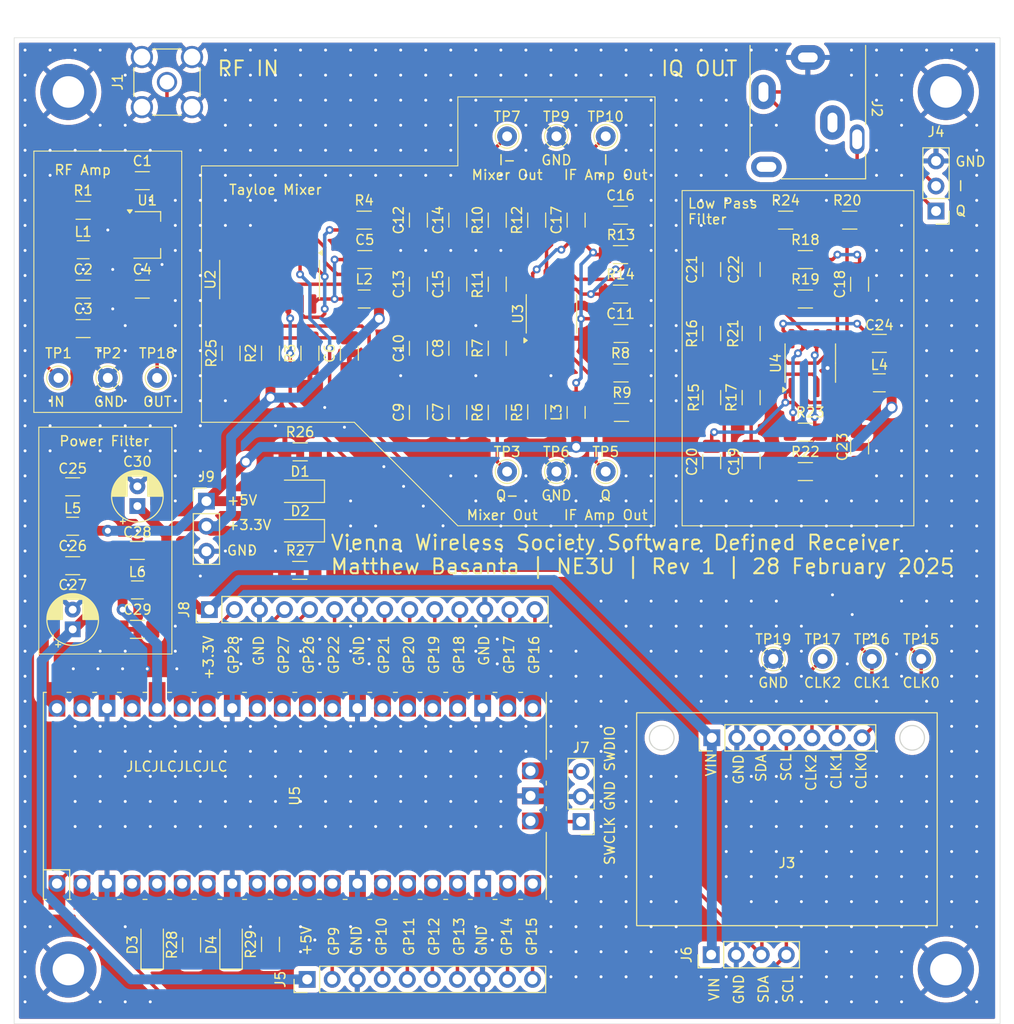
<source format=kicad_pcb>
(kicad_pcb (version 20240108) (generator "pcbnew") (generator_version "8.0")
  (layers (0 "F.Cu" signal) (1 "In1.Cu" power) (2 "In2.Cu" power) (31 "B.Cu" signal) (34 "B.Paste" user) (35 "F.Paste" user) (36 "B.SilkS" user "B.Silkscreen") (37 "F.SilkS" user "F.Silkscreen") (38 "B.Mask" user) (39 "F.Mask" user) (44 "Edge.Cuts" user))
  (net 0 "")
  (net 1 "Net-(C1-Pad2)")
  (net 2 "Net-(J1-In)")
  (net 3 "+5V")
  (net 4 "GND")
  (net 5 "Net-(C4-Pad2)")
  (net 6 "Net-(U2-1A)")
  (net 7 "Net-(U2-VCC)")
  (net 8 "Net-(C6-Pad1)")
  (net 9 "Net-(C7-Pad2)")
  (net 10 "Net-(C10-Pad2)")
  (net 11 "Net-(U2-1B1)")
  (net 12 "Net-(U2-1B4)")
  (net 13 "Net-(U3C-V+)")
  (net 14 "Net-(C12-Pad2)")
  (net 15 "Net-(U2-1B2)")
  (net 16 "Net-(C13-Pad2)")
  (net 17 "Net-(U2-1B3)")
  (net 18 "Net-(C18-Pad1)")
  (net 19 "Net-(U4A-+)")
  (net 20 "Net-(C20-Pad1)")
  (net 21 "Net-(C20-Pad2)")
  (net 22 "Net-(C21-Pad2)")
  (net 23 "Net-(C21-Pad1)")
  (net 24 "Net-(U4B-+)")
  (net 25 "Net-(C23-Pad1)")
  (net 26 "Net-(U4C-V+)")
  (net 27 "Net-(U5-VBUS)")
  (net 28 "Net-(U5-3V3)")
  (net 29 "+3.3V")
  (net 30 "Net-(J4-Pin_2)")
  (net 31 "Net-(J4-Pin_1)")
  (net 34 "/SCL")
  (net 35 "/SDA")
  (net 36 "/CLK1")
  (net 37 "/CLK0")
  (net 38 "/CLK2")
  (net 39 "Net-(J5-Pin_9)")
  (net 40 "Net-(J5-Pin_5)")
  (net 41 "Net-(J5-Pin_6)")
  (net 42 "Net-(J5-Pin_2)")
  (net 43 "Net-(J5-Pin_7)")
  (net 44 "Net-(J5-Pin_10)")
  (net 45 "Net-(J5-Pin_4)")
  (net 46 "/SWCLK")
  (net 47 "/SWDIO")
  (net 48 "Net-(J8-Pin_4)")
  (net 49 "Net-(J8-Pin_2)")
  (net 50 "Net-(J8-Pin_10)")
  (net 51 "Net-(J8-Pin_8)")
  (net 52 "Net-(J8-Pin_6)")
  (net 53 "Net-(J8-Pin_13)")
  (net 54 "Net-(J8-Pin_14)")
  (net 55 "Net-(J8-Pin_11)")
  (net 56 "Net-(J8-Pin_9)")
  (net 57 "Net-(J8-Pin_5)")
  (net 58 "Net-(L1-Pad1)")
  (net 59 "Net-(U2-1OE)")
  (net 60 "Net-(U3A--)")
  (net 61 "Net-(R15-Pad1)")
  (net 62 "Net-(U3A-+)")
  (net 63 "Net-(U3B--)")
  (net 64 "Net-(U3B-+)")
  (net 65 "Net-(R12-Pad2)")
  (net 66 "Net-(U4A--)")
  (net 67 "Net-(U4B--)")
  (net 72 "Net-(D3-K)")
  (net 75 "Net-(D3-A)")
  (net 79 "Net-(D4-K)")
  (net 80 "Net-(D4-A)")
  (net 81 "Net-(D1-K)")
  (net 82 "Net-(D2-K)")
  (footprint "VWS_SDR:RPi_Pico_SMD_TH" (layer "F.Cu") (at 112.47 116.39 90)
    (property "Reference" "U5")
    (property "Value" "Raspberry Pi Pico")
  )
  (footprint "Capacitor_SMD:C_1206_3216Metric_Pad1.33x1.80mm_HandSolder" (layer "F.Cu") (at 129 71 -90)
    (property "Reference" "C8")
    (property "Value" "10n")
  )
  (footprint "Inductor_SMD:L_1206_3216Metric_Pad1.42x1.75mm_HandSolder" (layer "F.Cu") (at 171.75 74.5)
    (property "Reference" "L4")
    (property "Value" "FB")
  )
  (footprint "Capacitor_SMD:C_1206_3216Metric_Pad1.33x1.80mm_HandSolder" (layer "F.Cu") (at 96.5 91.5)
    (property "Reference" "C28")
    (property "Value" "10n")
  )
  (footprint "Resistor_SMD:R_1206_3216Metric_Pad1.30x1.75mm_HandSolder" (layer "F.Cu") (at 154.75 69.5 -90)
    (property "Reference" "R16")
    (property "Value" "5k1")
  )
  (footprint "Connector_Coaxial:SMA_Amphenol_901-144_Vertical" (layer "F.Cu") (at 99.5 44)
    (property "Reference" "J1")
    (property "Value" "RF_IN")
  )
  (footprint "Inductor_SMD:L_1206_3216Metric_Pad1.42x1.75mm_HandSolder" (layer "F.Cu") (at 119.5 66 180)
    (property "Reference" "L2")
    (property "Value" "FB")
  )
  (footprint "Resistor_SMD:R_1206_3216Metric_Pad1.30x1.75mm_HandSolder" (layer "F.Cu") (at 112.9675 93.52)
    (property "Reference" "R27")
    (property "Value" "330")
  )
  (footprint "Resistor_SMD:R_1206_3216Metric_Pad1.30x1.75mm_HandSolder" (layer "F.Cu") (at 114 71.5 -90)
    (property "Reference" "R3")
    (property "Value" "510")
  )
  (footprint "TestPoint:TestPoint_THTPad_D2.0mm_Drill1.0mm" (layer "F.Cu") (at 144 49.5)
    (property "Reference" "TP10")
    (property "Value" "TP1")
  )
  (footprint "Resistor_SMD:R_1206_3216Metric_Pad1.30x1.75mm_HandSolder" (layer "F.Cu") (at 119.5 58)
    (property "Reference" "R4")
    (property "Value" "10k")
  )
  (footprint "Resistor_SMD:R_1206_3216Metric_Pad1.30x1.75mm_HandSolder" (layer "F.Cu") (at 168.75 58 180)
    (property "Reference" "R20")
    (property "Value" "0")
  )
  (footprint "Capacitor_SMD:C_1206_3216Metric_Pad1.33x1.80mm_HandSolder" (layer "F.Cu") (at 96.5 99.5 180)
    (property "Reference" "C29")
    (property "Value" "0.1u")
  )
  (footprint "Connector_PinHeader_2.54mm:PinHeader_1x03_P2.54mm_Vertical" (layer "F.Cu") (at 141.5 119 180)
    (property "Reference" "J7")
    (property "Value" "SWD")
  )
  (footprint "Resistor_SMD:R_1206_3216Metric_Pad1.30x1.75mm_HandSolder" (layer "F.Cu") (at 162.25 58)
    (property "Reference" "R24")
    (property "Value" "0")
  )
  (footprint "Resistor_SMD:R_1206_3216Metric_Pad1.30x1.75mm_HandSolder" (layer "F.Cu") (at 164.25 79.5 180)
    (property "Reference" "R23")
    (property "Value" "5k1")
  )
  (footprint "VWS_SDR:Adafruit_Si5351" (layer "F.Cu") (at 162.38 110.5 180)
    (property "Reference" "J3")
    (property "Value" "Si5351 Socket")
    (fp_circle (center 12.7 0) (end 13.95 0) (stroke (width 0.12)) (fill none) (layer "Edge.Cuts"))
    (fp_circle (center -12.7 0) (end -11.45 0) (stroke (width 0.12)) (fill none) (layer "Edge.Cuts"))
  )
  (footprint "Resistor_SMD:R_1206_3216Metric_Pad1.30x1.75mm_HandSolder" (layer "F.Cu") (at 145.5 65.5 180)
    (property "Reference" "R14")
    (property "Value" "10k")
  )
  (footprint "Resistor_SMD:R_1206_3216Metric_Pad1.30x1.75mm_HandSolder" (layer "F.Cu") (at 145.6 77.5 180)
    (property "Reference" "R9")
    (property "Value" "10k")
  )
  (footprint "Inductor_SMD:L_1206_3216Metric_Pad1.42x1.75mm_HandSolder" (layer "F.Cu") (at 141 77.5 -90)
    (property "Reference" "L3")
    (property "Value" "FB")
  )
  (footprint "Capacitor_SMD:C_1206_3216Metric_Pad1.33x1.80mm_HandSolder" (layer "F.Cu") (at 154.75 63 -90)
    (property "Reference" "C21")
    (property "Value" "105p")
  )
  (footprint "Capacitor_SMD:C_1206_3216Metric_Pad1.33x1.80mm_HandSolder" (layer "F.Cu") (at 125 77.5 90)
    (property "Reference" "C9")
    (property "Value" "1u")
  )
  (footprint "MountingHole:MountingHole_3.2mm_M3_ISO7380_Pad" (layer "F.Cu") (at 89.5 134)
    (property "Reference" "H3" (hide yes))
    (property "Value" "MountingHole_Pad")
  )
  (footprint "TestPoint:TestPoint_THTPad_D2.0mm_Drill1.0mm" (layer "F.Cu") (at 98.5 74)
    (property "Reference" "TP18")
    (property "Value" "TP1")
  )
  (footprint "TestPoint:TestPoint_THTPad_D2.0mm_Drill1.0mm" (layer "F.Cu") (at 166 102.5)
    (property "Reference" "TP17")
    (property "Value" "TP1")
  )
  (footprint "Resistor_SMD:R_1206_3216Metric_Pad1.30x1.75mm_HandSolder" (layer "F.Cu") (at 110 131.45 90)
    (property "Reference" "R29")
    (property "Value" "330")
  )
  (footprint "Capacitor_SMD:C_1206_3216Metric_Pad1.33x1.80mm_HandSolder" (layer "F.Cu") (at 169.75 81 90)
    (property "Reference" "C23")
    (property "Value" "10u")
  )
  (footprint "Inductor_SMD:L_1206_3216Metric_Pad1.42x1.75mm_HandSolder" (layer "F.Cu") (at 96.5 95.5)
    (property "Reference" "L6")
    (property "Value" "FB")
  )
  (footprint "MountingHole:MountingHole_3.2mm_M3_ISO7380_Pad" (layer "F.Cu") (at 178.5 45)
    (property "Reference" "H2" (hide yes))
    (property "Value" "MountingHole_Pad")
  )
  (footprint "Capacitor_SMD:C_1206_3216Metric_Pad1.33x1.80mm_HandSolder" (layer "F.Cu") (at 154.75 82.5 -90)
    (property "Reference" "C20")
    (property "Value" "105p")
  )
  (footprint "Resistor_SMD:R_1206_3216Metric_Pad1.30x1.75mm_HandSolder" (layer "F.Cu") (at 164.25 66 180)
    (property "Reference" "R19")
    (property "Value" "5k1")
  )
  (footprint "LED_SMD:LED_1206_3216Metric_Pad1.42x1.75mm_HandSolder" (layer "F.Cu") (at 98 131.5 90)
    (property "Reference" "D3")
    (property "Value" "LED")
  )
  (footprint "Package_SO:SOIC-8_3.9x4.9mm_P1.27mm" (layer "F.Cu") (at 138.5 67.5 90)
    (property "Reference" "U3")
    (property "Value" "MC33078")
  )
  (footprint "Resistor_SMD:R_1206_3216Metric_Pad1.30x1.75mm_HandSolder" (layer "F.Cu") (at 145.5 61.5 180)
    (property "Reference" "R13")
    (property "Value" "10k")
  )
  (footprint "Inductor_SMD:L_1206_3216Metric_Pad1.42x1.75mm_HandSolder" (layer "F.Cu") (at 89.9375 89.044887)
    (property "Reference" "L5")
    (property "Value" "FB")
  )
  (footprint "Connector_PinHeader_2.54mm:PinHeader_1x14_P2.54mm_Vertical" (layer "F.Cu") (at 103.8 97.5 90)
    (property "Reference" "J8")
    (property "Value" "GPIO Breakout")
  )
  (footprint "TestPoint:TestPoint_THTPad_D2.0mm_Drill1.0mm" (layer "F.Cu") (at 134 49.5 180)
    (property "Reference" "TP7")
    (property "Value" "TP1")
  )
  (footprint "MountingHole:MountingHole_3.2mm_M3_ISO7380_Pad" (layer "F.Cu") (at 89.5 45)
    (property "Reference" "H1" (hide yes))
    (property "Value" "MountingHole_Pad")
  )
  (footprint "Capacitor_SMD:C_1206_3216Metric_Pad1.33x1.80mm_HandSolder" (layer "F.Cu") (at 169.75 64.5 -90)
    (property "Reference" "C18")
    (property "Value" "10u")
  )
  (footprint "Resistor_SMD:R_1206_3216Metric_Pad1.30x1.75mm_HandSolder" (layer "F.Cu") (at 113.0125 81.5)
    (property "Reference" "R26")
    (property "Value" "330")
  )
  (footprint "Capacitor_SMD:C_1206_3216Metric_Pad1.33x1.80mm_HandSolder" (layer "F.Cu") (at 171.75 70.5)
    (property "Reference" "C24")
    (property "Value" "0.1u")
  )
  (footprint "Capacitor_SMD:C_1206_3216Metric_Pad1.33x1.80mm_HandSolder" (layer "F.Cu") (at 118 71.5 -90)
    (property "Reference" "C6")
    (property "Value" "0.1u")
  )
  (footprint "Resistor_SMD:R_1206_3216Metric_Pad1.30x1.75mm_HandSolder" (layer "F.Cu") (at 133 71 90)
    (property "Reference" "R7")
    (property "Value" "100")
  )
  (footprint "Capacitor_SMD:C_1206_3216Metric_Pad1.33x1.80mm_HandSolder" (layer "F.Cu") (at 141 58 90)
    (property "Reference" "C17")
    (property "Value" "0.1u")
  )
  (footprint "Connector_PinHeader_2.54mm:PinHeader_1x10_P2.54mm_Vertical" (layer "F.Cu") (at 113.72 135 90)
    (property "Reference" "J5")
    (property "Value" "GPIO Breakout")
  )
  (footprint "Connector_PinHeader_2.54mm:PinHeader_1x04_P2.54mm_Vertical" (layer "F.Cu") (at 154.7 132.5 90)
    (property "Reference" "J6")
    (property "Value" "I2C Breakout")
  )
  (footprint "Capacitor_SMD:C_1206_3216Metric_Pad1.33x1.80mm_HandSolder" (layer "F.Cu") (at 129 64.5 -90)
    (property "Reference" "C15")
    (property "Value" "10n")
  )
  (footprint "Resistor_SMD:R_1206_3216Metric_Pad1.30x1.75mm_HandSolder" (layer "F.Cu") (at 158.75 69.5 90)
    (property "Reference" "R21")
    (property "Value" "5k1")
  )
  (footprint "Capacitor_SMD:C_1206_3216Metric_Pad1.33x1.80mm_HandSolder" (layer "F.Cu") (at 125 71 -90)
    (property "Reference" "C10")
    (property "Value" "1u")
  )
  (footprint "TestPoint:TestPoint_THTPad_D2.0mm_Drill1.0mm" (layer "F.Cu") (at 93.5 74)
    (property "Reference" "TP2")
    (property "Value" "TP2")
  )
  (footprint "Resistor_SMD:R_1206_3216Metric_Pad1.30x1.75mm_HandSolder" (layer "F.Cu") (at 164.25 62 180)
    (property "Reference" "R18")
    (property "Value" "5k1")
  )
  (footprint "Capacitor_SMD:C_1206_3216Metric_Pad1.33x1.80mm_HandSolder" (layer "F.Cu") (at 89.9375 93.044887 180)
    (property "Reference" "C26")
    (property "Value" "0.1u")
  )
  (footprint "Capacitor_SMD:C_1206_3216Metric_Pad1.33x1.80mm_HandSolder" (layer "F.Cu") (at 145.55 69.5)
    (property "Reference" "C11")
    (property "Value" "0.1u")
  )
  (footprint "TestPoint:TestPoint_THTPad_D2.0mm_Drill1.0mm" (layer "F.Cu") (at 144 83.5)
    (property "Reference" "TP5")
    (property "Value" "TP1")
  )
  (footprint "LED_SMD:LED_1206_3216Metric_Pad1.42x1.75mm_HandSolder" (layer "F.Cu") (at 106 131.5 90)
    (property "Reference" "D4")
    (property "Value" "LED")
  )
  (footprint "Resistor_SMD:R_1206_3216Metric_Pad1.30x1.75mm_HandSolder" (layer "F.Cu") (at 154.75 76 90)
    (property "Reference" "R15")
    (property "Value" "5k1")
  )
  (footprint "Capacitor_SMD:C_1206_3216Metric_Pad1.33x1.80mm_HandSolder" (layer "F.Cu") (at 129 77.5 90)
    (property "Reference" "C7")
    (property "Value" "10n")
  )
  (footprint "Connector_PinHeader_2.54mm:PinHeader_1x03_P2.54mm_Vertical" (layer "F.Cu") (at 177.5 57.08 180)
    (property "Reference" "J4")
    (property "Value" "IF Breakout")
  )
  (footprint "Resistor_SMD:R_1206_3216Metric_Pad1.30x1.75mm_HandSolder" (layer "F.Cu") (at 158.75 76 -90)
    (property "Reference" "R17")
    (property "Value" "5k1")
  )
  (footprint "TestPoint:TestPoint_THTPad_D2.0mm_Drill1.0mm" (layer "F.Cu") (at 161 102.5)
    (property "Reference" "TP19")
    (property "Value" "TP2")
  )
  (footprint "Resistor_SMD:R_1206_3216Metric_Pad1.30x1.75mm_HandSolder" (layer "F.Cu") (at 133 77.5 90)
    (property "Reference" "R6")
    (property "Value" "100")
  )
  (footprint "TestPoint:TestPoint_THTPad_D2.0mm_Drill1.0mm" (layer "F.Cu") (at 176 102.5)
    (property "Reference" "TP15")
    (property "Value" "TP1")
  )
  (footprint "TestPoint:TestPoint_THTPad_D2.0mm_Drill1.0mm" (layer "F.Cu") (at 134 83.5)
    (property "Reference" "TP3")
    (property "Value" "TP1")
  )
  (footprint "Resistor_SMD:R_1206_3216Metric_Pad1.30x1.75mm_HandSolder" (layer "F.Cu") (at 145.55 73.5)
    (property "Reference" "R8")
    (property "Value" "10k")
  )
  (footprint "Package_TO_SOT_SMD:SOT-89-3" (layer "F.Cu") (at 97.5 59.5)
    (property "Reference" "U1")
    (property "Value" "GALI-S66")
  )
  (footprint "Package_SO:SOIC-16_3.9x9.9mm_P1.27mm" (layer "F.Cu") (at 109.905 64.025 -90)
    (property "Reference" "U2")
    (property "Value" "74CBTLV3235DR")
  )
  (footprint "Capacitor_SMD:C_1206_3216Metric_Pad1.33x1.80mm_HandSolder" (layer "F.Cu") (at 119.5625 62)
    (property "Reference" "C5")
    (property "Value" "0.1u")
  )
  (footprint "TestPoint:TestPoint_THTPad_D2.0mm_Drill1.0mm" (layer "F.Cu") (at 139 49.5)
    (property "Reference" "TP9")
    (property "Value" "TP1")
  )
  (footprint "Capacitor_THT:CP_Radial_D5.0mm_P2.00mm" (layer "F.Cu") (at 96.5 87 90)
    (property "Reference" "C30")
    (property "Value" "4.7u")
  )
  (footprint "Capacitor_SMD:C_1206_3216Metric_Pad1.33x1.80mm_HandSolder" (layer "F.Cu") (at 129 58 -90)
    (property "Reference" "C14")
    (property "Value" "10n")
  )
  (footprint "Inductor_SMD:L_1206_3216Metric_Pad1.42x1.75mm_HandSolder" (layer "F.Cu") (at 91 61)
    (property "Reference" "L1")
    (property "Value" "1.5u")
  )
  (footprint "Capacitor_SMD:C_1206_3216Metric_Pad1.33x1.80mm_HandSolder" (layer "F.Cu") (at 91 65 180)
    (property "Reference" "C2")
    (property "Value" "0.1u")
  )
  (footprint "Resistor_SMD:R_1206_3216Metric_Pad1.30x1.75mm_HandSolder" (layer "F.Cu") (at 137 77.45 90)
    (property "Reference" "R5")
    (property "Value" "2k2")
  )
  (footprint "Capacitor_SMD:C_1206_3216Metric_Pad1.33x1.80mm_HandSolder" (layer "F.Cu") (at 158.75 82.5 -90)
    (property "Reference" "C19")
    (property "Value" "180p")
  )
  (footprint "LED_SMD:LED_1206_3216Metric_Pad1.42x1.75mm_HandSolder" (layer "F.Cu") (at 113.0125 85.5 180)
    (property "Reference" "D1")
    (property "Value" "LED")
  )
  (footprint "Resistor_SMD:R_1206_3216Metric_Pad1.30x1.75mm_HandSolder" (layer "F.Cu") (at 106 71.5 90)
    (property "Reference" "R25")
    (property "Value" "10k")
  )
  (footprint "TestPoint:TestPoint_THTPad_D2.0mm_Drill1.0mm" (layer "F.Cu") (at 171 102.5)
    (property "Reference" "TP16")
    (property "Value" "TP1")
  )
  (footprint "Capacitor_SMD:C_1206_3216Metric_Pad1.33x1.80mm_HandSolder" (layer "F.Cu") (at 91 69 180)
    (property "Reference" "C3")
    (property "Value" "10u")
  )
  (footprint "Resistor_SMD:R_1206_3216Metric_Pad1.30x1.75mm_HandSolder" (layer "F.Cu") (at 133 58 90)
    (property "Reference" "R10")
    (property "Value" "100")
  )
  (footprint "Capacitor_SMD:C_1206_3216Metric_Pad1.33x1.80mm_HandSolder" (layer "F.Cu") (at 125 64.5 90)
    (property "Reference" "C13")
    (property "Value" "1u")
  )
  (footprint "Resistor_SMD:R_1206_3216Metric_Pad1.30x1.75mm_HandSolder" (layer "F.Cu") (at 91 57)
    (property "Reference" "R1")
    (property "Value" "62")
  )
  (footprint "Resistor_SMD:R_1206_3216Metric_Pad1.30x1.75mm_HandSolder" (layer "F.Cu") (at 110 71.5 90)
    (property "Reference" "R2")
    (property "Value" "510")
  )
  (footprint "Package_SO:SOIC-8_3.9x4.9mm_P1.27mm" (layer "F.Cu") (at 164.75 72.5 90)
    (property "Reference" "U4")
    (property "Value" "MC33078")
  )
  (footprint "TestPoint:TestPoint_THTPad_D2.0mm_Drill1.0mm" (layer "F.Cu") (at 88.5 74)
    (property "Reference" "TP1")
    (property "Value" "TP1")
  )
  (footprint "Capacitor_SMD:C_1206_3216Metric_Pad1.33x1.80mm_HandSolder" (layer "F.Cu") (at 89.9375 85.044887)
    (property "Reference" "C25")
    (property "Value" "10n")
  )
  (footprint "Capacitor_THT:CP_Radial_D5.0mm_P2.00mm" (layer "F.Cu") (at 89.9375 99.5 90)
    (property "Reference" "C27")
    (property "Value" "4.7u")
  )
  (footprint "TestPoint:TestPoint_THTPad_D2.0mm_Drill1.0mm" (layer "F.Cu") (at 139 83.5)
    (property "Reference" "TP6")
    (property "Value" "TP1")
  )
  (footprint "Resistor_SMD:R_1206_3216Metric_Pad1.30x1.75mm_HandSolder" (layer "F.Cu") (at 164.25 83.5 180)
    (property "Reference" "R22")
    (property "Value" "5k1")
  )
  (footprint "LED_SMD:LED_1206_3216Metric_Pad1.42x1.75mm_HandSolder" (layer "F.Cu") (at 113.0125 89.5 180)
    (property "Reference" "D2")
    (property "Value" "LED")
  )
  (footprint "Capacitor_SMD:C_1206_3216Metric_Pad1.33x1.80mm_HandSolder" (layer "F.Cu") (at 145.5 57.5)
    (property "Reference" "C16")
    (property "Value" "0.1u")
  )
  (footprint "Capacitor_SMD:C_1206_3216Metric_Pad1.33x1.80mm_HandSolder" (layer "F.Cu") (at 125 58 -90)
    (property "Reference" "C12")
    (property "Value" "1u")
  )
  (footprint "Capacitor_SMD:C_1206_3216Metric_Pad1.33x1.80mm_HandSolder" (layer "F.Cu") (at 97 65 180)
    (property "Reference" "C4")
    (property "Value" "0.1u")
  )
  (footprint "Connector_PinHeader_2.54mm:PinHeader_1x03_P2.54mm_Vertical" (layer "F.Cu") (at 103.5 86.5)
    (property "Reference" "J9")
    (property "Value" "Power Breakout")
  )
  (footprint "Resistor_SMD:R_1206_3216Metric_Pad1.30x1.75mm_HandSolder" (layer "F.Cu") (at 137 58 90)
    (property "Reference" "R12")
    (property "Value" "2k2")
  )
  (footprint "Resistor_SMD:R_1206_3216Metric_Pad1.30x1.75mm_HandSolder" (layer "F.Cu") (at 133 64.5 90)
    (property "Reference" "R11")
    (property "Value" "100")
  )
  (footprint "Resistor_SMD:R_1206_3216Metric_Pad1.30x1.75mm_HandSolder" (layer "F.Cu") (at 102 131.5 90)
    (property "Reference" "R28")
    (property "Value" "330")
  )
  (footprint "Capacitor_SMD:C_1206_3216Metric_Pad1.33x1.80mm_HandSolder" (layer "F.Cu") (at 97 54 180)
    (property "Reference" "C1")
    (property "Value" "0.1u")
  )
  (footprint "Connector_Audio:Jack_3.5mm_CUI_SJ1-3515N_Horizontal" (layer "F.Cu") (at 164.5 41.5 -90)
    (property "Reference" "J2")
    (property "Value" "IQ_Out")
  )
  (footprint "Capacitor_SMD:C_1206_3216Metric_Pad1.33x1.80mm_HandSolder" (layer "F.Cu") (at 158.75 63 90)
    (property "Reference" "C22")
    (property "Value" "180p")
  )
  (footprint "MountingHole:MountingHole_3.2mm_M3_ISO7380_Pad" (layer "F.Cu") (at 178.5 134)
    (property "Reference" "H4" (hide yes))
    (property "Value" "MountingHole_Pad")
  )
  (gr_line (start 129 45.5) (end 149 45.5) (stroke (width 0.1)) (layer "F.SilkS"))
  (gr_line (start 103 78.5) (end 103 52.5) (stroke (width 0.1)) (layer "F.SilkS"))
  (gr_line (start 175.25 55) (end 175.25 89) (stroke (width 0.1)) (layer "F.SilkS"))
  (gr_line (start 86.5 102) (end 100 102) (stroke (width 0.1)) (layer "F.SilkS"))
  (gr_line (start 129 89) (end 149 89) (stroke (width 0.1)) (layer "F.SilkS"))
  (gr_line (start 86 77.5) (end 86 51) (stroke (width 0.1)) (layer "F.SilkS"))
  (gr_line (start 151.75 55) (end 175.25 55) (stroke (width 0.1)) (layer "F.SilkS"))
  (gr_line (start 86.5 79) (end 86.5 102) (stroke (width 0.1)) (layer "F.SilkS"))
  (gr_line (start 129 52.5) (end 129 45.5) (stroke (width 0.1)) (layer "F.SilkS"))
  (gr_line (start 100 79) (end 86.5 79) (stroke (width 0.1)) (layer "F.SilkS"))
  (gr_line (start 103 52.5) (end 129 52.5) (stroke (width 0.1)) (layer "F.SilkS"))
  (gr_line (start 101 77.5) (end 86 77.5) (stroke (width 0.1)) (layer "F.SilkS"))
  (gr_line (start 175.25 89) (end 151.75 89) (stroke (width 0.1)) (layer "F.SilkS"))
  (gr_line (start 149 45.5) (end 149 89) (stroke (width 0.1)) (layer "F.SilkS"))
  (gr_line (start 129 89) (end 118.5 78.5) (stroke (width 0.1)) (layer "F.SilkS"))
  (gr_line (start 118.5 78.5) (end 103 78.5) (stroke (width 0.1)) (layer "F.SilkS"))
  (gr_line (start 100 102) (end 100 79) (stroke (width 0.1)) (layer "F.SilkS"))
  (gr_line (start 151.75 89) (end 151.75 55) (stroke (width 0.1)) (layer "F.SilkS"))
  (gr_line (start 86 51) (end 101 51) (stroke (width 0.1)) (layer "F.SilkS"))
  (gr_line (start 101 51) (end 101 77.5) (stroke (width 0.1)) (layer "F.SilkS"))
  (gr_rect (start 84 39.5) (end 184 139.5) (stroke (width 0.05)) (fill none) (layer "Edge.Cuts"))
  (gr_text "GND" (at 181 52.055 0) (layer "F.SilkS") (effects (font (size 1 1))))
  (gr_text "Q" (at 180 57.055 0) (layer "F.SilkS") (effects (font (size 1 1))))
  (gr_text "Power Filter" (at 88.5 81 0) (layer "F.SilkS") (effects (font (size 1 1)) (justify left bottom)))
  (gr_text "Low Pass\nFilter" (at 152.25 58.5 0) (layer "F.SilkS") (effects (font (size 1 1)) (justify left bottom)))
  (gr_text "Mixer Out" (at 134 54 0) (layer "F.SilkS") (effects (font (size 1 1)) (justify bottom)))
  (gr_text "Q-" (at 134 86.5 0) (layer "F.SilkS") (effects (font (size 1 1)) (justify bottom)))
  (gr_text "GND" (at 161 105.5 0) (layer "F.SilkS") (effects (font (size 1 1)) (justify bottom)))
  (gr_text "JLCJLCJLCJLC" (at 100.5 114 0) (layer "F.SilkS") (effects (font (size 1 1)) (justify bottom)))
  (gr_text "RF Amp" (at 88 53.5 0) (layer "F.SilkS") (effects (font (size 1 1)) (justify left bottom)))
  (gr_text "I-" (at 134 52.5 0) (layer "F.SilkS") (effects (font (size 1 1)) (justify bottom)))
  (gr_text "Vienna Wireless Society Software Defined Receiver\nMatthew Basanta | NE3U | Rev 1 | 28 February 2025" (at 116 94 0) (layer "F.SilkS") (effects (font (size 1.5 1.5) (thickness 0.2)) (justify left bottom)))
  (gr_text "GND" (at 157.5 136 90) (layer "F.SilkS") (effects (font (size 1 1))))
  (gr_text "IQ OUT" (at 149.5 43.5 0) (layer "F.SilkS") (effects (font (size 1.5 1.5) (thickness 0.2)) (justify left bottom)))
  (gr_text "SCL" (at 162.5 136 90) (layer "F.SilkS") (effects (font (size 1 1))))
  (gr_text "IF Amp Out" (at 144 54 0) (layer "F.SilkS") (effects (font (size 1 1)) (justify bottom)))
  (gr_text "IN" (at 87.5 77 0) (layer "F.SilkS") (effects (font (size 1 1)) (justify left bottom)))
  (gr_text "IF Amp Out" (at 144 88.5 0) (layer "F.SilkS") (effects (font (size 1 1)) (justify bottom)))
  (gr_text "CLK0" (at 176 105.5 0) (layer "F.SilkS") (effects (font (size 1 1)) (justify bottom)))
  (gr_text "Mixer Out" (at 133.5 88.5 0) (layer "F.SilkS") (effects (font (size 1 1)) (justify bottom)))
  (gr_text "Q" (at 144 86.5 0) (layer "F.SilkS") (effects (font (size 1 1)) (justify bottom)))
  (gr_text "Tayloe Mixer" (at 110.5 55.5 0) (layer "F.SilkS") (effects (font (size 1 1)) (justify bottom)))
  (gr_text "CLK2" (at 166 105.5 0) (layer "F.SilkS") (effects (font (size 1 1)) (justify bottom)))
  (gr_text "CLK1" (at 171 105.5 0) (layer "F.SilkS") (effects (font (size 1 1)) (justify bottom)))
  (gr_text "I" (at 180 54.555 0) (layer "F.SilkS") (effects (font (size 1 1))))
  (gr_text "GND" (at 139 52.5 0) (layer "F.SilkS") (effects (font (size 1 1)) (justify bottom)))
  (gr_text "GND" (at 92 77 0) (layer "F.SilkS") (effects (font (size 1 1)) (justify left bottom)))
  (gr_text "SDA" (at 160 136 90) (layer "F.SilkS") (effects (font (size 1 1))))
  (gr_text "VIN" (at 155 136 90) (layer "F.SilkS") (effects (font (size 1 1))))
  (gr_text "I" (at 144 52.5 0) (layer "F.SilkS") (effects (font (size 1 1)) (justify bottom)))
  (gr_text "GND" (at 139 86.5 0) (layer "F.SilkS") (effects (font (size 1 1)) (justify bottom)))
  (gr_text "OUT" (at 97 77 0) (layer "F.SilkS") (effects (font (size 1 1)) (justify left bottom)))
  (gr_text "RF IN" (at 104.5 43.5 0) (layer "F.SilkS") (effects (font (size 1.5 1.5) (thickness 0.2)) (justify left bottom)))
  (segment (start 95.55 58) (end 95.55 54.1125) (width 0.3493) (layer "F.Cu") (net 1))
  (segment (start 95.55 54.1125) (end 95.4375 54) (width 0.3493) (layer "F.Cu") (net 1))
  (segment (start 87.22535 57.27465) (end 91.77465 52.72535) (width 0.3493) (layer "F.Cu") (net 2))
  (segment (start 88.5 74) (end 87.22535 72.72535) (width 0.3493) (layer "F.Cu") (net 2))
  (segment (start 99.5 44) (end 99.5 53.0625) (width 0.3493) (layer "F.Cu") (net 2))
  (segment (start 99.5 53.0625) (end 98.5625 54) (width 0.3493) (layer "F.Cu") (net 2))
  (segment (start 97.28785 52.72535) (end 98.5625 54) (width 0.3493) (layer "F.Cu") (net 2))
  (segment (start 87.22535 72.72535) (end 87.22535 57.27465) (width 0.3493) (layer "F.Cu") (net 2))
  (segment (start 91.77465 52.72535) (end 97.28785 52.72535) (width 0.3493) (layer "F.Cu") (net 2))
  (segment (start 91.5 89.119887) (end 91.425 89.044887) (width 1) (layer "F.Cu") (net 3))
  (segment (start 173 77) (end 173 74.7375) (width 1) (layer "F.Cu") (net 3))
  (segment (start 90.1375 83.362501) (end 90.1375 87.757387) (width 1) (layer "F.Cu") (net 3))
  (segment (start 90.058821 99.5) (end 89.9375 99.5) (width 1) (layer "F.Cu") (net 3))
  (segment (start 103.5 86.5) (end 107.5 82.5) (width 1) (layer "F.Cu") (net 3))
  (segment (start 110.525 86.5) (end 111.525 85.5) (width 1) (layer "F.Cu") (net 3))
  (segment (start 90.2 83.300001) (end 90.1375 83.362501) (width 1) (layer "F.Cu") (net 3))
  (segment (start 173 74.7375) (end 173.2375 74.5) (width 1) (layer "F.Cu") (net 3))
  (segment (start 89.4375 65) (end 88.1 63.6625) (width 1) (layer "F.Cu") (net 3))
  (segment (start 91.5 93.044887) (end 91.5 98.058821) (width 1) (layer "F.Cu") (net 3))
  (segment (start 89.4375 69) (end 90.2 69.7625) (width 1) (layer "F.Cu") (net 3))
  (segment (start 103.5 86.5) (end 110.525 86.5) (width 1) (layer "F.Cu") (net 3))
  (segment (start 88.1 63.6625) (end 88.1 58.35) (width 1) (layer "F.Cu") (net 3))
  (segment (start 91.5 98.058821) (end 90.058821 99.5) (width 1) (layer "F.Cu") (net 3))
  (segment (start 90.2 69.7625) (end 90.2 83.300001) (width 1) (layer "F.Cu") (net 3))
  (segment (start 90.1375 87.757387) (end 91.425 89.044887) (width 1) (layer "F.Cu") (net 3))
  (segment (start 91.880113 89.5) (end 91.425 89.044887) (width 1) (layer "F.Cu") (net 3))
  (segment (start 89.4375 65) (end 89.4375 69) (width 1) (layer "F.Cu") (net 3))
  (segment (start 88.1 58.35) (end 89.45 57) (width 1) (layer "F.Cu") (net 3))
  (segment (start 91.5 93.044887) (end 91.5 89.119887) (width 1) (layer "F.Cu") (net 3))
  (segment (start 93.5 89.5) (end 91.880113 89.5) (width 1) (layer "F.Cu") (net 3))
  (segment (start 141 81) (end 141 78.9875) (width 1) (layer "F.Cu") (net 3))
  (via (at 96.5 89.5) (size 0.6) (drill 0.3) (layers "F.Cu" "B.Cu") (net 3))
  (via (at 141 81) (size 1.2) (drill 0.8) (layers "F.Cu" "B.Cu") (net 3))
  (via (at 107.5 82.5) (size 1.2) (drill 0.8) (layers "F.Cu" "B.Cu") (net 3))
  (via (at 173 77) (size 1.2) (drill 0.8) (layers "F.Cu" "B.Cu") (net 3))
  (via (at 93.5 89.5) (size 1.2) (drill 0.6) (layers "F.Cu" "B.Cu") (net 3))
  (segment (start 113.72 135) (end 95.867968 135) (width 1) (layer "B.Cu") (net 3))
  (segment (start 96.5 89.5) (end 93.5 89.5) (width 1) (layer "B.Cu") (net 3))
  (segment (start 107.5 82.5) (end 109 81) (width 1) (layer "B.Cu") (net 3))
  (segment (start 109 81) (end 119.5 81) (width 1) (layer "B.Cu") (net 3))
  (segment (start 86.79 125.922032) (end 86.79 102.6475) (width 1) (layer "B.Cu") (net 3))
  (segment (start 86.79 102.6475) (end 89.9375 99.5) (width 1) (layer "B.Cu") (net 3))
  (segment (start 119.5 81) (end 141 81) (width 1) (layer "B.Cu") (net 3))
  (segment (start 103.5 86.5) (end 100.5 89.5) (width 1) (layer "B.Cu") (net 3))
  (segment (start 100.5 89.5) (end 96.5 89.5) (width 1) (layer "B.Cu") (net 3))
  (segment (start 141 81) (end 169 81) (width 1) (layer "B.Cu") (net 3))
  (segment (start 95.867968 135) (end 86.79 125.922032) (width 1) (layer "B.Cu") (net 3))
  (segment (start 169 81) (end 173 77) (width 1) (layer "B.Cu") (net 3))
  (segment (start 166.655 74.975) (end 166.655 73.155) (width 0.3493) (layer "F.Cu") (net 4))
  (segment (start 166.655 73.155) (end 166.5 73) (width 0.3493) (layer "F.Cu") (net 4))
  (via (at 163.845476 129.655) (size 0.6) (drill 0.3) (layers "F.Cu" "B.Cu") (net 4))
  (via (at 171.465476 83.935) (size 0.6) (drill 0.3) (layers "F.Cu" "B.Cu") (net 4))
  (via (at 89.5 95) (size 0.6) (drill 0.3) (layers "F.Cu" "B.Cu") (net 4))
  (via (at 151.145476 71.235) (size 0.6) (drill 0.3) (layers "F.Cu" "B.Cu") (net 4))
  (via (at 102.885476 116.955) (size 0.6) (drill 0.3) (layers "F.Cu" "B.Cu") (net 4))
  (via (at 90.185476 119.495) (size 0.6) (drill 0.3) (layers "F.Cu" "B.Cu") (net 4))
  (via (at 146.065476 111.875) (size 0.6) (drill 0.3) (layers "F.Cu" "B.Cu") (net 4))
  (via (at 174.005476 68.695) (size 0.6) (drill 0.3) (layers "F.Cu" "B.Cu") (net 4))
  (via (at 115.585476 119.495) (size 0.6) (drill 0.3) (layers "F.Cu" "B.Cu") (net 4))
  (via (at 181.625476 119.495) (size 0.6) (drill 0.3) (layers "F.Cu" "B.Cu") (net 4))
  (via (at 102.885476 71.235) (size 0.6) (drill 0.3) (layers "F.Cu" "B.Cu") (net 4))
  (via (at 118.125476 86.475) (size 0.6) (drill 0.3) (layers "F.Cu" "B.Cu") (net 4))
  (via (at 85.105476 106.795) (size 0.6) (drill 0.3) (layers "F.Cu" "B.Cu") (net 4))
  (via (at 123.205476 119.495) (size 0.6) (drill 0.3) (layers "F.Cu" "B.Cu") (net 4))
  (via (at 85.105476 50.915) (size 0.6) (drill 0.3) (layers "F.Cu" "B.Cu") (net 4))
  (via (at 140.985476 127.115) (size 0.6) (drill 0.3) (layers "F.Cu" "B.Cu") (net 4))
  (via (at 143.525476 109.335) (size 0.6) (drill 0.3) (layers "F.Cu" "B.Cu") (net 4))
  (via (at 113.045476 48.375) (size 0.6) (drill 0.3) (layers "F.Cu" "B.Cu") (net 4))
  (via (at 181.625476 63.615) (size 0.6) (drill 0.3) (layers "F.Cu" "B.Cu") (net 4))
  (via (at 156.225476 55.995) (size 0.6) (drill 0.3) (layers "F.Cu" "B.Cu") (net 4))
  (via (at 153.685476 104.255) (size 0.6) (drill 0.3) (layers "F.Cu" "B.Cu") (net 4))
  (via (at 85.105476 63.615) (size 0.6) (drill 0.3) (layers "F.Cu" "B.Cu") (net 4))
  (via (at 148.605476 83.935) (size 0.6) (drill 0.3) (layers "F.Cu" "B.Cu") (net 4))
  (via (at 92.725476 116.955) (size 0.6) (drill 0.3) (layers "F.Cu" "B.Cu") (net 4))
  (via (at 138.445476 86.475) (size 0.6) (drill 0.3) (layers "F.Cu" "B.Cu") (net 4))
  (via (at 138.445476 43.295) (size 0.6) (drill 0.3) (layers "F.Cu" "B.Cu") (net 4))
  (via (at 125.745476 61.075) (size 0.6) (drill 0.3) (layers "F.Cu" "B.Cu") (net 4))
  (via (at 168.925476 40.755) (size 0.6) (drill 0.3) (layers "F.Cu" "B.Cu") (net 4))
  (via (at 123.205476 116.955) (size 0.6) (drill 0.3) (layers "F.Cu" "B.Cu") (net 4))
  (via (at 168.925476 132.195) (size 0.6) (drill 0.3) (layers "F.Cu" "B.Cu") (net 4))
  (via (at 100.345476 114.415) (size 0.6) (drill 0.3) (layers "F.Cu" "B.Cu") (net 4))
  (via (at 85.105476 76.315) (size 0.6) (drill 0.3) (layers "F.Cu" "B.Cu") (net 4))
  (via (at 176.545476 68.695) (size 0.6) (drill 0.3) (layers "F.Cu" "B.Cu") (net 4))
  (via (at 171.465476 119.495) (size 0.6) (drill 0.3) (layers "F.Cu" "B.Cu") (net 4))
  (via (at 148.605476 96.635) (size 0.6) (drill 0.3) (layers "F.Cu" "B.Cu") (net 4))
  (via (at 146.065476 134.735) (size 0.6) (drill 0.3) (layers "F.Cu" "B.Cu") (net 4))
  (via (at 143.525476 127.115) (size 0.6) (drill 0.3) (layers "F.Cu" "B.Cu") (net 4))
  (via (at 151.145476 104.255) (size 0.6) (drill 0.3) (layers "F.Cu" "B.Cu") (net 4))
  (via (at 85.105476 66.155) (size 0.6) (drill 0.3) (layers "F.Cu" "B.Cu") (net 4))
  (via (at 105.425476 50.915) (size 0.6) (drill 0.3) (layers "F.Cu" "B.Cu") (net 4))
  (via (at 151.145476 45.835) (size 0.6) (drill 0.3) (layers "F.Cu" "B.Cu") (net 4))
  (via (at 85.105476 73.775) (size 0.6) (drill 0.3) (layers "F.Cu" "B.Cu") (net 4))
  (via (at 179.085476 40.755) (size 0.6) (drill 0.3) (layers "F.Cu" "B.Cu") (net 4))
  (via (at 97.805476 111.875) (size 0.6) (drill 0.3) (layers "F.Cu" "B.Cu") (net 4))
  (via (at 171.465476 106.795) (size 0.6) (drill 0.3) (layers "F.Cu" "B.Cu") (net 4))
  (via (at 174.005476 137.275) (size 0.6) (drill 0.3) (layers "F.Cu" "B.Cu") (net 4))
  (via (at 151.145476 83.935) (size 0.6) (drill 0.3) (layers "F.Cu" "B.Cu") (net 4))
  (via (at 102.885476 81.395) (size 0.6) (drill 0.3) (layers "F.Cu" "B.Cu") (net 4))
  (via (at 148.605476 91.555) (size 0.6) (drill 0.3) (layers "F.Cu" "B.Cu") (net 4))
  (via (at 143.525476 43.295) (size 0.6) (drill 0.3) (layers "F.Cu" "B.Cu") (net 4))
  (via (at 171.465476 63.615) (size 0.6) (drill 0.3) (layers "F.Cu" "B.Cu") (net 4))
  (via (at 140.985476 91.555) (size 0.6) (drill 0.3) (layers "F.Cu" "B.Cu") (net 4))
  (via (at 181.625476 129.655) (size 0.6) (drill 0.3) (layers "F.Cu" "B.Cu") (net 4))
  (via (at 97.805476 76.315) (size 0.6) (drill 0.3) (layers "F.Cu" "B.Cu") (net 4))
  (via (at 148.605476 86.475) (size 0.6) (drill 0.3) (layers "F.Cu" "B.Cu") (net 4))
  (via (at 133.365476 53.455) (size 0.6) (drill 0.3) (layers "F.Cu" "B.Cu") (net 4))
  (via (at 107.965476 45.835) (size 0.6) (drill 0.3) (layers "F.Cu" "B.Cu") (net 4))
  (via (at 85.105476 48.375) (size 0.6) (drill 0.3) (layers "F.Cu" "B.Cu") (net 4))
  (via (at 85.105476 124.575) (size 0.6) (drill 0.3) (layers "F.Cu" "B.Cu") (net 4))
  (via (at 179.085476 101.715) (size 0.6) (drill 0.3) (layers "F.Cu" "B.Cu") (net 4))
  (via (at 153.685476 134.735) (size 0.6) (drill 0.3) (layers "F.Cu" "B.Cu") (net 4))
  (via (at 125.5 87) (size 0.6) (drill 0.3) (layers "F.Cu" "B.Cu") (net 4))
  (via (at 174.005476 127.115) (size 0.6) (drill 0.3) (layers "F.Cu" "B.Cu") (net 4))
  (via (at 95.265476 68.695) (size 0.6) (drill 0.3) (layers "F.Cu" "B.Cu") (net 4))
  (via (at 115.585476 48.375) (size 0.6) (drill 0.3) (layers "F.Cu" "B.Cu") (net 4))
  (via (at 174.005476 134.735) (size 0.6) (drill 0.3) (layers "F.Cu" "B.Cu") (net 4))
  (via (at 95.265476 48.375) (size 0.6) (drill 0.3) (layers "F.Cu" "B.Cu") (net 4))
  (via (at 85.105476 109.335) (size 0.6) (drill 0.3) (layers "F.Cu" "B.Cu") (net 4))
  (via (at 169 98) (size 0.6) (drill 0.3) (layers "F.Cu" "B.Cu") (net 4))
  (via (at 133.365476 91.555) (size 0.6) (drill 0.3) (layers "F.Cu" "B.Cu") (net 4))
  (via (at 130.825476 101.715) (size 0.6) (drill 0.3) (layers "F.Cu" "B.Cu") (net 4))
  (via (at 171.465476 89.015) (size 0.6) (drill 0.3) (layers "F.Cu" "B.Cu") (net 4))
  (via (at 115.585476 53.455) (size 0.6) (drill 0.3) (layers "F.Cu" "B.Cu") (net 4))
  (via (at 113.045476 119.495) (size 0.6) (drill 0.3) (layers "F.Cu" "B.Cu") (net 4))
  (via (at 146.065476 96.635) (size 0.6) (drill 0.3) (layers "F.Cu" "B.Cu") (net 4))
  (via (at 87.645476 53.455) (size 0.6) (drill 0.3) (layers "F.Cu" "B.Cu") (net 4))
  (via (at 171.465476 53.455) (size 0.6) (drill 0.3) (layers "F.Cu" "B.Cu") (net 4))
  (via (at 146.065476 50.915) (size 0.6) (drill 0.3) (layers "F.Cu" "B.Cu") (net 4))
  (via (at 181.625476 94.095) (size 0.6) (drill 0.3) (layers "F.Cu" "B.Cu") (net 4))
  (via (at 113.045476 50.915) (size 0.6) (drill 0.3) (layers "F.Cu" "B.Cu") (net 4))
  (via (at 97.805476 55.995) (size 0.6) (drill 0.3) (layers "F.Cu" "B.Cu") (net 4))
  (via (at 161.305476 106.795) (size 0.6) (drill 0.3) (layers "F.Cu" "B.Cu") (net 4))
  (via (at 161.305476 124.575) (size 0.6) (drill 0.3) (layers "F.Cu" "B.Cu") (net 4))
  (via (at 97.805476 109.335) (size 0.6) (drill 0.3) (layers "F.Cu" "B.Cu") (net 4))
  (via (at 166.385476 134.735) (size 0.6) (drill 0.3) (layers "F.Cu" "B.Cu") (net 4))
  (via (at 85.105476 91.555) (size 0.6) (drill 0.3) (layers "F.Cu" "B.Cu") (net 4))
  (via (at 171.465476 127.115) (size 0.6) (drill 0.3) (layers "F.Cu" "B.Cu") (net 4))
  (via (at 107.965476 58.535) (size 0.6) (drill 0.3) (layers "F.Cu" "B.Cu") (net 4))
  (via (at 125.745476 119.495) (size 0.6) (drill 0.3) (layers "F.Cu" "B.Cu") (net 4))
  (via (at 176.545476 91.555) (size 0.6) (drill 0.3) (layers "F.Cu" "B.Cu") (net 4))
  (via (at 163.845476 86.475) (size 0.6) (drill 0.3) (layers "F.Cu" "B.Cu") (net 4))
  (via (at 115 103) (size 0.6) (drill 0.3) (layers "F.Cu" "B.Cu") (net 4))
  (via (at 181.625476 101.715) (size 0.6) (drill 0.3) (layers "F.Cu" "B.Cu") (net 4))
  (via (at 125.745476 40.755) (size 0.6) (drill 0.3) (layers "F.Cu" "B.Cu") (net 4))
  (via (at 181.625476 76.315) (size 0.6) (drill 0.3) (layers "F.Cu" "B.Cu") (net 4))
  (via (at 146.065476 99.175) (size 0.6) (drill 0.3) (layers "F.Cu" "B.Cu") (net 4))
  (via (at 176.545476 116.955) (size 0.6) (drill 0.3) (layers "F.Cu" "B.Cu") (net 4))
  (via (at 151.145476 58.535) (size 0.6) (drill 0.3) (layers "F.Cu" "B.Cu") (net 4))
  (via (at 161.305476 86.475) (size 0.6) (drill 0.3) (layers "F.Cu" "B.Cu") (net 4))
  (via (at 153.685476 91.555) (size 0.6) (drill 0.3) (layers "F.Cu" "B.Cu") (net 4))
  (via (at 179.085476 104.255) (size 0.6) (drill 0.3) (layers "F.Cu" "B.Cu") (net 4))
  (via (at 102.885476 119.495) (size 0.6) (drill 0.3) (layers "F.Cu" "B.Cu") (net 4))
  (via (at 153.685476 43.295) (size 0.6) (drill 0.3) (layers "F.Cu" "B.Cu") (net 4))
  (via (at 91 63) (size 0.6) (drill 0.3) (layers "F.Cu" "B.Cu") (net 4))
  (via (at 171.465476 132.195) (size 0.6) (drill 0.3) (layers "F.Cu" "B.Cu") (net 4))
  (via (at 128.285476 83.935) (size 0.6) (drill 0.3) (layers "F.Cu" "B.Cu") (net 4))
  (via (at 179.085476 96.635) (size 0.6) (drill 0.3) (layers "F.Cu" "B.Cu") (net 4))
  (via (at 171.465476 45.835) (size 0.6) (drill 0.3) (layers "F.Cu" "B.Cu") (net 4))
  (via (at 156.225476 124.575) (size 0.6) (drill 0.3) (layers "F.Cu" "B.Cu") (net 4))
  (via (at 148.605476 101.715) (size 0.6) (drill 0.3) (layers "F.Cu" "B.Cu") (net 4))
  (via (at 171.465476 91.555) (size 0.6) (drill 0.3) (layers "F.Cu" "B.Cu") (net 4))
  (via (at 92.725476 111.875) (size 0.6) (drill 0.3) (layers "F.Cu" "B.Cu") (net 4))
  (via (at 135.905476 45.835) (size 0.6) (drill 0.3) (layers "F.Cu" "B.Cu") (net 4))
  (via (at 173.5 102) (size 0.6) (drill 0.3) (layers "F.Cu" "B.Cu") (net 4))
  (via (at 130.825476 43.295) (size 0.6) (drill 0.3) (layers "F.Cu" "B.Cu") (net 4))
  (via (at 128.285476 53.455) (size 0.6) (drill 0.3) (layers "F.Cu" "B.Cu") (net 4))
  (via (at 90.185476 114.415) (size 0.6) (drill 0.3) (layers "F.Cu" "B.Cu") (net 4))
  (via (at 181.625476 122.035) (size 0.6) (drill 0.3) (layers "F.Cu" "B.Cu") (net 4))
  (via (at 148.605476 114.415) (size 0.6) (drill 0.3) (layers "F.Cu" "B.Cu") (net 4))
  (via (at 130.825476 129.655) (size 0.6) (drill 0.3) (layers "F.Cu" "B.Cu") (net 4))
  (via (at 135.905476 91.555) (size 0.6) (drill 0.3) (layers "F.Cu" "B.Cu") (net 4))
  (via (at 148.605476 99.175) (size 0.6) (drill 0.3) (layers "F.Cu" "B.Cu") (net 4))
  (via (at 171.465476 81.395) (size 0.6) (drill 0.3) (layers "F.Cu" "B.Cu") (net 4))
  (via (at 163.845476 116.955) (size 0.6) (drill 0.3) (layers "F.Cu" "B.Cu") (net 4))
  (via (at 110.505476 43.295) (size 0.6) (drill 0.3) (layers "F.Cu" "B.Cu") (net 4))
  (via (at 123.205476 111.875) (size 0.6) (drill 0.3) (layers "F.Cu" "B.Cu") (net 4))
  (via (at 166.385476 127.115) (size 0.6) (drill 0.3) (layers "F.Cu" "B.Cu") (net 4))
  (via (at 166.385476 119.495) (size 0.6) (drill 0.3) (layers "F.Cu" "B.Cu") (net 4))
  (via (at 179.085476 66.155) (size 0.6) (drill 0.3) (layers "F.Cu" "B.Cu") (net 4))
  (via (at 133.365476 89.015) (size 0.6) (drill 0.3) (layers "F.Cu" "B.Cu") (net 4))
  (via (at 158.765476 91.555) (size 0.6) (drill 0.3) (layers "F.Cu" "B.Cu") (net 4))
  (via (at 179.085476 124.575) (size 0.6) (drill 0.3) (layers "F.Cu" "B.Cu") (net 4))
  (via (at 181.625476 55.995) (size 0.6) (drill 0.3) (layers "F.Cu" "B.Cu") (net 4))
  (via (at 138.445476 106.795) (size 0.6) (drill 0.3) (layers "F.Cu" "B.Cu") (net 4))
  (via (at 163.845476 137.275) (size 0.6) (drill 0.3) (layers "F.Cu" "B.Cu") (net 4))
  (via (at 110.505476 91.555) (size 0.6) (drill 0.3) (layers "F.Cu" "B.Cu") (net 4))
  (via (at 100.345476 68.695) (size 0.6) (drill 0.3) (layers "F.Cu" "B.Cu") (net 4))
  (via (at 171.465476 94.095) (size 0.6) (drill 0.3) (layers "F.Cu" "B.Cu") (net 4))
  (via (at 120 131) (size 0.6) (drill 0.3) (layers "F.Cu" "B.Cu") (net 4))
  (via (at 179.085476 73.775) (size 0.6) (drill 0.3) (layers "F.Cu" "B.Cu") (net 4))
  (via (at 102.885476 53.455) (size 0.6) (drill 0.3) (layers "F.Cu" "B.Cu") (net 4))
  (via (at 181.625476 109.335) (size 0.6) (drill 0.3) (layers "F.Cu" "B.Cu") (net 4))
  (via (at 148.605476 116.955) (size 0.6) (drill 0.3) (layers "F.Cu" "B.Cu") (net 4))
  (via (at 174.005476 119.495) (size 0.6) (drill 0.3) (layers "F.Cu" "B.Cu") (net 4))
  (via (at 153.685476 99.175) (size 0.6) (drill 0.3) (layers "F.Cu" "B.Cu") (net 4))
  (via (at 179.085476 78.855) (size 0.6) (drill 0.3) (layers "F.Cu" "B.Cu") (net 4))
  (via (at 146.065476 127.115) (size 0.6) (drill 0.3) (layers "F.Cu" "B.Cu") (net 4))
  (via (at 102.885476 83.935) (size 0.6) (drill 0.3) (layers "F.Cu" "B.Cu") (net 4))
  (via (at 123.205476 71.235) (size 0.6) (drill 0.3) (layers "F.Cu" "B.Cu") (net 4))
  (via (at 158.765476 89.015) (size 0.6) (drill 0.3) (layers "F.Cu" "B.Cu") (net 4))
  (via (at 168.925476 86.475) (size 0.6) (drill 0.3) (layers "F.Cu" "B.Cu") (net 4))
  (via (at 151.145476 114.415) (size 0.6) (drill 0.3) (layers "F.Cu" "B.Cu") (net 4))
  (via (at 95.265476 116.955) (size 0.6) (drill 0.3) (layers "F.Cu" "B.Cu") (net 4))
  (via (at 151.145476 129.655) (size 0.6) (drill 0.3) (layers "F.Cu" "B.Cu") (net 4))
  (via (at 110.505476 111.875) (size 0.6) (drill 0.3) (layers "F.Cu" "B.Cu") (net 4))
  (via (at 153.685476 86.475) (size 0.6) (drill 0.3) (layers "F.Cu" "B.Cu") (net 4))
  (via (at 146.065476 106.795) (size 0.6) (drill 0.3) (layers "F.Cu" "B.Cu") (net 4))
  (via (at 146.065476 83.935) (size 0.6) (drill 0.3) (layers "F.Cu" "B.Cu") (net 4))
  (via (at 90.185476 50.915) (size 0.6) (drill 0.3) (layers "F.Cu" "B.Cu") (net 4))
  (via (at 87.645476 129.655) (size 0.6) (drill 0.3) (layers "F.Cu" "B.Cu") (net 4))
  (via (at 135.905476 86.475) (size 0.6) (drill 0.3) (layers "F.Cu" "B.Cu") (net 4))
  (via (at 168.925476 114.415) (size 0.6) (drill 0.3) (layers "F.Cu" "B.Cu") (net 4))
  (via (at 125.745476 114.415) (size 0.6) (drill 0.3) (layers "F.Cu" "B.Cu") (net 4))
  (via (at 87.645476 78.855) (size 0.6) (drill 0.3) (layers "F.Cu" "B.Cu") (net 4))
  (via (at 113.045476 111.875) (size 0.6) (drill 0.3) (layers "F.Cu" "B.Cu") (net 4))
  (via (at 130.825476 40.755) (size 0.6) (drill 0.3) (layers "F.Cu" "B.Cu") (net 4))
  (via (at 105.425476 114.415) (size 0.6) (drill 0.3) (layers "F.Cu" "B.Cu") (net 4))
  (via (at 110.505476 119.495) (size 0.6) (drill 0.3) (layers "F.Cu" "B.Cu") (net 4))
  (via (at 174.005476 86.475) (size 0.6) (drill 0.3) (layers "F.Cu" "B.Cu") (net 4))
  (via (at 91 67) (size 0.6) (drill 0.3) (layers "F.Cu" "B.Cu") (net 4))
  (via (at 171.465476 129.655) (size 0.6) (drill 0.3) (layers "F.Cu" "B.Cu") (net 4))
  (via (at 156.225476 119.495) (size 0.6) (drill 0.3) (layers "F.Cu" "B.Cu") (net 4))
  (via (at 128.285476 43.295) (size 0.6) (drill 0.3) (layers "F.Cu" "B.Cu") (net 4))
  (via (at 158.765476 55.995) (size 0.6) (drill 0.3) (layers "F.Cu" "B.Cu") (net 4))
  (via (at 161.305476 129.655) (size 0.6) (drill 0.3) (layers "F.Cu" "B.Cu") (net 4))
  (via (at 125.745476 111.875) (size 0.6) (drill 0.3) (layers "F.Cu" "B.Cu") (net 4))
  (via (at 128.285476 48.375) (size 0.6) (drill 0.3) (layers "F.Cu" "B.Cu") (net 4))
  (via (at 153.685476 96.635) (size 0.6) (drill 0.3) (layers "F.Cu" "B.Cu") (net 4))
  (via (at 171.465476 137.275) (size 0.6) (drill 0.3) (layers "F.Cu" "B.Cu") (net 4))
  (via (at 179.085476 83.935) (size 0.6) (drill 0.3) (layers "F.Cu" "B.Cu") (net 4))
  (via (at 181.625476 50.915) (size 0.6) (drill 0.3) (layers "F.Cu" "B.Cu") (net 4))
  (via (at 120.665476 40.755) (size 0.6) (drill 0.3) (layers "F.Cu" "B.Cu") (net 4))
  (via (at 100.5 103.5) (size 0.6) (drill 0.3) (layers "F.Cu" "B.Cu") (net 4))
  (via (at 123.5 85) (size 0.6) (drill 0.3) (layers "F.Cu" "B.Cu") (net 4))
  (via (at 179.085476 119.495) (size 0.6) (drill 0.3) (layers "F.Cu" "B.Cu") (net 4))
  (via (at 179.085476 116.955) (size 0.6) (drill 0.3) (layers "F.Cu" "B.Cu") (net 4))
  (via (at 161.305476 137.275) (size 0.6) (drill 0.3) (layers "F.Cu" "B.Cu") (net 4))
  (via (at 181.625476 68.695) (size 0.6) (drill 0.3) (layers "F.Cu" "B.Cu") (net 4))
  (via (at 174.005476 53.455) (size 0.6) (drill 0.3) (layers "F.Cu" "B.Cu") (net 4))
  (via (at 90 103.5) (size 0.6) (drill 0.3) (layers "F.Cu" "B.Cu") (net 4))
  (via (at 143.525476 129.655) (size 0.6) (drill 0.3) (layers "F.Cu" "B.Cu") (net 4))
  (via (at 105.425476 53.455) (size 0.6) (drill 0.3) (layers "F.Cu" "B.Cu") (net 4))
  (via (at 138.445476 73.775) (size 0.6) (drill 0.3) (layers "F.Cu" "B.Cu") (net 4))
  (via (at 156.225476 45.835) (size 0.6) (drill 0.3) (layers "F.Cu" "B.Cu") (net 4))
  (via (at 148.605476 66.155) (size 0.6) (drill 0.3) (layers "F.Cu" "B.Cu") (net 4))
  (via (at 151.145476 119.495) (size 0.6) (drill 0.3) (layers "F.Cu" "B.Cu") (net 4))
  (via (at 107.965476 129.655) (size 0.6) (drill 0.3) (layers "F.Cu" "B.Cu") (net 4))
  (via (at 161.305476 55.995) (size 0.6) (drill 0.3) (layers "F.Cu" "B.Cu") (net 4))
  (via (at 163.845476 119.495) (size 0.6) (drill 0.3) (layers "F.Cu" "B.Cu") (net 4))
  (via (at 138.445476 40.755) (size 0.6) (drill 0.3) (layers "F.Cu" "B.Cu") (net 4))
  (via (at 174.005476 124.575) (size 0.6) (drill 0.3) (layers "F.Cu" "B.Cu") (net 4))
  (via (at 179.085476 61.075) (size 0.6) (drill 0.3) (layers "F.Cu" "B.Cu") (net 4))
  (via (at 132.5 131) (size 0.6) (drill 0.3) (layers "F.Cu" "B.Cu") (net 4))
  (via (at 118.125476 111.875) (size 0.6) (drill 0.3) (layers "F.Cu" "B.Cu") (net 4))
  (via (at 143.525476 104.255) (size 0.6) (drill 0.3) (layers "F.Cu" "B.Cu") (net 4))
  (via (at 171.465476 111.875) (size 0.6) (drill 0.3) (layers "F.Cu" "B.Cu") (net 4))
  (via (at 168.925476 122.035) (size 0.6) (drill 0.3) (layers "F.Cu" "B.Cu") (net 4))
  (via (at 123.205476 114.415) (size 0.6) (drill 0.3) (layers "F.Cu" "B.Cu") (net 4))
  (via (at 151.145476 40.755) (size 0.6) (drill 0.3) (layers "F.Cu" "B.Cu") (net 4))
  (via (at 176.545476 83.935) (size 0.6) (drill 0.3) (layers "F.Cu" "B.Cu") (net 4))
  (via (at 163.845476 101.715) (size 0.6) (drill 0.3) (layers "F.Cu" "B.Cu") (net 4))
  (via (at 135.905476 43.295) (size 0.6) (drill 0.3) (layers "F.Cu" "B.Cu") (net 4))
  (via (at 120.665476 111.875) (size 0.6) (drill 0.3) (layers "F.Cu" "B.Cu") (net 4))
  (via (at 95.265476 71.235) (size 0.6) (drill 0.3) (layers "F.Cu" "B.Cu") (net 4))
  (via (at 176.545476 78.855) (size 0.6) (drill 0.3) (layers "F.Cu" "B.Cu") (net 4))
  (via (at 97 93.5) (size 0.6) (drill 0.3) (layers "F.Cu" "B.Cu") (net 4))
  (via (at 133.365476 111.875) (size 0.6) (drill 0.3) (layers "F.Cu" "B.Cu") (net 4))
  (via (at 90.185476 109.335) (size 0.6) (drill 0.3) (layers "F.Cu" "B.Cu") (net 4))
  (via (at 128.285476 50.915) (size 0.6) (drill 0.3) (layers "F.Cu" "B.Cu") (net 4))
  (via (at 115.585476 116.955) (size 0.6) (drill 0.3) (layers "F.Cu" "B.Cu") (net 4))
  (via (at 100.345476 111.875) (size 0.6) (drill 0.3) (layers "F.Cu" "B.Cu") (net 4))
  (via (at 89.5 91) (size 0.6) (drill 0.3) (layers "F.Cu" "B.Cu") (net 4))
  (via (at 156.225476 99.175) (size 0.6) (drill 0.3) (layers "F.Cu" "B.Cu") (net 4))
  (via (at 156.225476 53.455) (size 0.6) (drill 0.3) (layers "F.Cu" "B.Cu") (net 4))
  (via (at 100.345476 83.935) (size 0.6) (drill 0.3) (layers "F.Cu" "B.Cu") (net 4))
  (via (at 143.525476 91.555) (size 0.6) (drill 0.3) (layers "F.Cu" "B.Cu") (net 4))
  (via (at 158.765476 124.575) (size 0.6) (drill 0.3) (layers "F.Cu" "B.Cu") (net 4))
  (via (at 85.105476 96.635) (size 0.6) (drill 0.3) (layers "F.Cu" "B.Cu") (net 4))
  (via (at 146.065476 48.375) (size 0.6) (drill 0.3) (layers "F.Cu" "B.Cu") (net 4))
  (via (at 113.045476 91.555) (size 0.6) (drill 0.3) (layers "F.Cu" "B.Cu") (net 4))
  (via (at 107.965476 55.995) (size 0.6) (drill 0.3) (layers "F.Cu" "B.Cu") (net 4))
  (via (at 163.845476 122.035) (size 0.6) (drill 0.3) (layers "F.Cu" "B.Cu") (net 4))
  (via (at 113.045476 101.715) (size 0.6) (drill 0.3) (layers "F.Cu" "B.Cu") (net 4))
  (via (at 125.745476 50.915) (size 0.6) (drill 0.3) (layers "F.Cu" "B.Cu") (net 4))
  (via (at 166.385476 129.655) (size 0.6) (drill 0.3) (layers "F.Cu" "B.Cu") (net 4))
  (via (at 92.725476 101.715) (size 0.6) (drill 0.3) (layers "F.Cu" "B.Cu") (net 4))
  (via (at 135.905476 109.335) (size 0.6) (drill 0.3) (layers "F.Cu" "B.Cu") (net 4))
  (via (at 181.625476 104.255) (size 0.6) (drill 0.3) (layers "F.Cu" "B.Cu") (net 4))
  (via (at 105.425476 76.315) (size 0.6) (drill 0.3) (layers "F.Cu" "B.Cu") (net 4))
  (via (at 148.605476 53.455) (size 0.6) (drill 0.3) (layers "F.Cu" "B.Cu") (net 4))
  (via (at 156.225476 106.795) (size 0.6) (drill 0.3) (layers "F.Cu" "B.Cu") (net 4))
  (via (at 166.5 73) (size 0.8) (drill 0.4) (layers "F.Cu" "B.Cu") (net 4))
  (via (at 85.105476 111.875) (size 0.6) (drill 0.3) (layers "F.Cu" "B.Cu") (net 4))
  (via (at 171.465476 68.695) (size 0.6) (drill 0.3) (layers "F.Cu" "B.Cu") (net 4))
  (via (at 161.305476 114.415) (size 0.6) (drill 0.3) (layers "F.Cu" "B.Cu") (net 4))
  (via (at 138.445476 101.715) (size 0.6) (drill 0.3) (layers "F.Cu" "B.Cu") (net 4))
  (via (at 151.145476 73.775) (size 0.6) (drill 0.3) (layers "F.Cu" "B.Cu") (net 4))
  (via (at 156.225476 116.955) (size 0.6) (drill 0.3) (layers "F.Cu" "B.Cu") (net 4))
  (via (at 181.625476 106.795) (size 0.6) (drill 0.3) (layers "F.Cu" "B.Cu") (net 4))
  (via (at 102.885476 68.695) (size 0.6) (drill 0.3) (layers "F.Cu" "B.Cu") (net 4))
  (via (at 140.985476 83.935) (size 0.6) (drill 0.3) (layers "F.Cu" "B.Cu") (net 4))
  (via (at 113.045476 109.335) (size 0.6) (drill 0.3) (layers "F.Cu" "B.Cu") (net 4))
  (via (at 92.725476 40.755) (size 0.6) (drill 0.3) (layers "F.Cu" "B.Cu") (net 4))
  (via (at 148.605476 48.375) (size 0.6) (drill 0.3) (layers "F.Cu" "B.Cu") (net 4))
  (via (at 140.985476 40.755) (size 0.6) (drill 0.3) (layers "F.Cu" "B.Cu") (net 4))
  (via (at 146.065476 43.295) (size 0.6) (drill 0.3) (layers "F.Cu" "B.Cu") (net 4))
  (via (at 143.525476 119.495) (size 0.6) (drill 0.3) (layers "F.Cu" "B.Cu") (net 4))
  (via (at 123.205476 61.075) (size 0.6) (drill 0.3) (layers "F.Cu" "B.Cu") (net 4))
  (via (at 166.385476 89.015) (size 0.6) (drill 0.3) (layers "F.Cu" "B.Cu") (net 4))
  (via (at 120.665476 114.415) (size 0.6) (drill 0.3) (layers "F.Cu" "B.Cu") (net 4))
  (via (at 107.965476 109.335) (size 0.6) (drill 0.3) (layers "F.Cu" "B.Cu") (net 4))
  (via (at 176.545476 122.035) (size 0.6) (drill 0.3) (layers "F.Cu" "B.Cu") (net 4))
  (via (at 107.965476 50.915) (size 0.6) (drill 0.3) (layers "F.Cu" "B.Cu") (net 4))
  (via (at 85.105476 119.495) (size 0.6) (drill 0.3) (layers "F.Cu" "B.Cu") (net 4))
  (via (at 120.665476 109.335) (size 0.6) (drill 0.3) (layers "F.Cu" "B.Cu") (net 4))
  (via (at 130.825476 119.495) (size 0.6) (drill 0.3) (layers "F.Cu" "B.Cu") (net 4))
  (via (at 181.625476 86.475) (size 0.6) (drill 0.3) (layers "F.Cu" "B.Cu") (net 4))
  (via (at 158.765476 114.415) (size 0.6) (drill 0.3) (layers "F.Cu" "B.Cu") (net 4))
  (via (at 87.645476 76.315) (size 0.6) (drill 0.3) (layers "F.Cu" "B.Cu") (net 4))
  (via (at 161.305476 99.175) (size 0.6) (drill 0.3) (layers "F.Cu" "B.Cu") (net 4))
  (via (at 100.345476 78.855) (size 0.6) (drill 0.3) (layers "F.Cu" "B.Cu") (net 4))
  (via (at 85.105476 81.395) (size 0.6) (drill 0.3) (layers "F.Cu" "B.Cu") (net 4))
  (via (at 95.265476 114.415) (size 0.6) (drill 0.3) (layers "F.Cu" "B.Cu") (net 4))
  (via (at 114.5 131) (size 0.6) (drill 0.3) (layers "F.Cu" "B.Cu") (net 4))
  (via (at 97.805476 116.955) (size 0.6) (drill 0.3) (layers "F.Cu" "B.Cu") (net 4))
  (via (at 113.045476 43.295) (size 0.6) (drill 0.3) (layers "F.Cu" "B.Cu") (net 4))
  (via (at 95.265476 76.315) (size 0.6) (drill 0.3) (layers "F.Cu" "B.Cu") (net 4))
  (via (at 120.665476 91.555) (size 0.6) (drill 0.3) (layers "F.Cu" "B.Cu") (net 4))
  (via (at 100.345476 58.535) (size 0.6) (drill 0.3) (layers "F.Cu" "B.Cu") (net 4))
  (via (at 174.005476 114.415) (size 0.6) (drill 0.3) (layers "F.Cu" "B.Cu") (net 4))
  (via (at 100.345476 109.335) (size 0.6) (drill 0.3) (layers "F.Cu" "B.Cu") (net 4))
  (via (at 135.905476 40.755) (size 0.6) (drill 0.3) (layers "F.Cu" "B.Cu") (net 4))
  (via (at 95.265476 111.875) (size 0.6) (drill 0.3) (layers "F.Cu" "B.Cu") (net 4))
  (via (at 166.385476 86.475) (size 0.6) (drill 0.3) (layers "F.Cu" "B.Cu") (net 4))
  (via (at 148.605476 89.015) (size 0.6) (drill 0.3) (layers "F.Cu" "B.Cu") (net 4))
  (via (at 133.365476 114.415) (size 0.6) (drill 0.3) (layers "F.Cu" "B.Cu") (net 4))
  (via (at 153.685476 53.455) (size 0.6) (drill 0.3) (layers "F.Cu" "B.Cu") (net 4))
  (via (at 163.845476 104.255) (size 0.6) (drill 0.3) (layers "F.Cu" "B.Cu") (net 4))
  (via (at 138.445476 99.175) (size 0.6) (drill 0.3) (layers "F.Cu" "B.Cu") (net 4))
  (via (at 100.345476 71.235) (size 0.6) (drill 0.3) (layers "F.Cu" "B.Cu") (net 4))
  (via (at 102.885476 55.995) (size 0.6) (drill 0.3) (layers "F.Cu" "B.Cu") (net 4))
  (via (at 179.085476 91.555) (size 0.6) (drill 0.3) (layers "F.Cu" "B.Cu") (net 4))
  (via (at 133.365476 40.755) (size 0.6) (drill 0.3) (layers "F.Cu" "B.Cu") (net 4))
  (via (at 146.065476 45.835) (size 0.6) (drill 0.3) (layers "F.Cu" "B.Cu") (net 4))
  (via (at 151.145476 91.555) (size 0.6) (drill 0.3) (layers "F.Cu" "B.Cu") (net 4))
  (via (at 138.445476 45.835) (size 0.6) (drill 0.3) (layers "F.Cu" "B.Cu") (net 4))
  (via (at 85.105476 58.535) (size 0.6) (drill 0.3) (layers "F.Cu" "B.Cu") (net 4))
  (via (at 92.725476 114.415) (size 0.6) (drill 0.3) (layers "F.Cu" "B.Cu") (net 4))
  (via (at 161.305476 40.755) (size 0.6) (drill 0.3) (layers "F.Cu" "B.Cu") (net 4))
  (via (at 171.465476 50.915) (size 0.6) (drill 0.3) (layers "F.Cu" "B.Cu") (net 4))
  (via (at 123.205476 48.375) (size 0.6) (drill 0.3) (layers "F.Cu" "B.Cu") (net 4))
  (via (at 166.385476 50.915) (size 0.6) (drill 0.3) (layers "F.Cu" "B.Cu") (net 4))
  (via (at 176.545476 124.575) (size 0.6) (drill 0.3) (layers "F.Cu" "B.Cu") (net 4))
  (via (at 148.605476 40.755) (size 0.6) (drill 0.3) (layers "F.Cu" "B.Cu") (net 4))
  (via (at 102.885476 94.095) (size 0.6) (drill 0.3) (layers "F.Cu" "B.Cu") (net 4))
  (via (at 85.105476 137.275) (size 0.6) (drill 0.3) (layers "F.Cu" "B.Cu") (net 4))
  (via (at 107.965476 119.495) (size 0.6) (drill 0.3) (layers "F.Cu" "B.Cu") (net 4))
  (via (at 100.345476 119.495) (size 0.6) (drill 0.3) (layers "F.Cu" "B.Cu") (net 4))
  (via (at 158.765476 99.175) (size 0.6) (drill 0.3) (layers "F.Cu" "B.Cu") (net 4))
  (via (at 85.105476 53.455) (size 0.6) (drill 0.3) (layers "F.Cu" "B.Cu") (net 4))
  (via (at 174.005476 89.015) (size 0.6) (drill 0.3) (layers "F.Cu" "B.Cu") (net 4))
  (via (at 158.765476 48.375) (size 0.6) (drill 0.3) (layers "F.Cu" "B.Cu") (net 4))
  (via (at 151.145476 96.635) (size 0.6) (drill 0.3) (layers "F.Cu" "B.Cu") (net 4))
  (via (at 158.765476 122.035) (size 0.6) (drill 0.3) (layers "F.Cu" "B.Cu") (net 4))
  (via (at 118.125476 45.835) (size 0.6) (drill 0.3) (layers "F.Cu" "B.Cu") (net 4))
  (via (at 156.225476 43.295) (size 0.6) (drill 0.3) (layers "F.Cu" "B.Cu") (net 4))
  (via (at 143.525476 134.735) (size 0.6) (drill 0.3) (layers "F.Cu" "B.Cu") (net 4))
  (via (at 176.545476 99.175) (size 0.6) (drill 0.3) (layers "F.Cu" "B.Cu") (net 4))
  (via (at 121.5 83) (size 0.6) (drill 0.3) (layers "F.Cu" "B.Cu") (net 4))
  (via (at 148.605476 73.775) (size 0.6) (drill 0.3) (layers "F.Cu" "B.Cu") (net 4))
  (via (at 146.065476 129.655) (size 0.6) (drill 0.3) (layers "F.Cu" "B.Cu") (net 4))
  (via (at 174.005476 129.655) (size 0.6) (drill 0.3) (layers "F.Cu" "B.Cu") (net 4))
  (via (at 176.545476 127.115) (size 0.6) (drill 0.3) (layers "F.Cu" "B.Cu") (net 4))
  (via (at 110.505476 40.755) (size 0.6) (drill 0.3) (layers "F.Cu" "B.Cu") (net 4))
  (via (at 123.205476 50.915) (size 0.6) (drill 0.3) (layers "F.Cu" "B.Cu") (net 4))
  (via (at 107.965476 40.755) (size 0.6) (drill 0.3) (layers "F.Cu" "B.Cu") (net 4))
  (via (at 97.805476 114.415) (size 0.6) (drill 0.3) (layers "F.Cu" "B.Cu") (net 4))
  (via (at 174.005476 40.755) (size 0.6) (drill 0.3) (layers "F.Cu" "B.Cu") (net 4))
  (via (at 118.125476 109.335) (size 0.6) (drill 0.3) (layers "F.Cu" "B.Cu") (net 4))
  (via (at 158.765476 86.475) (size 0.6) (drill 0.3) (layers "F.Cu" "B.Cu") (net 4))
  (via (at 174.005476 66.155) (size 0.6) (drill 0.3) (layers "F.Cu" "B.Cu") (net 4))
  (via (at 179.085476 99.175) (size 0.6) (drill 0.3) (layers "F.Cu" "B.Cu") (net 4))
  (via (at 148.605476 50.915) (size 0.6) (drill 0.3) (layers "F.Cu" "B.Cu") (net 4))
  (via (at 100.345476 55.995) (size 0.6) (drill 0.3) (layers "F.Cu" "B.Cu") (net 4))
  (via (at 115.585476 50.915) (size 0.6) (drill 0.3) (layers "F.Cu" "B.Cu") (net 4))
  (via (at 181.625476 71.235) (size 0.6) (drill 0.3) (layers "F.Cu" "B.Cu") (net 4))
  (via (at 174.005476 122.035) (size 0.6) (drill 0.3) (layers "F.Cu" "B.Cu") (net 4))
  (via (at 181.625476 96.635) (size 0.6) (drill 0.3) (layers "F.Cu" "B.Cu") (net 4))
  (via (at 102.885476 58.535) (size 0.6) (drill 0.3) (layers "F.Cu" "B.Cu") (net 4))
  (via (at 174.005476 61.075) (size 0.6) (drill 0.3) (layers "F.Cu" "B.Cu") (net 4))
  (via (at 140.985476 111.875) (size 0.6) (drill 0.3) (layers "F.Cu" "B.Cu") (net 4))
  (via (at 133 100.5) (size 0.6) (drill 0.3) (layers "F.Cu" "B.Cu") (net 4))
  (via (at 100.345476 66.155) (size 0.6) (drill 0.3) (layers "F.Cu" "B.Cu") (net 4))
  (via (at 148.605476 45.835) (size 0.6) (drill 0.3) (layers "F.Cu" "B.Cu") (net 4))
  (via (at 85.105476 45.835) (size 0.6) (drill 0.3) (layers "F.Cu" "B.Cu") (net 4))
  (via (at 128.285476 45.835) (size 0.6) (drill 0.3) (layers "F.Cu" "B.Cu") (net 4))
  (via (at 151.145476 48.375) (size 0.6) (drill 0.3) (layers "F.Cu" "B.Cu") (net 4))
  (via (at 156.225476 104.255) (size 0.6) (drill 0.3) (layers "F.Cu" "B.Cu") (net 4))
  (via (at 138.445476 124.575) (size 0.6) (drill 0.3) (layers "F.Cu" "B.Cu") (net 4))
  (via (at 110.505476 53.455) (size 0.6) (drill 0.3) (layers "F.Cu" "B.Cu") (net 4))
  (via (at 179.085476 122.035) (size 0.6) (drill 0.3) (layers "F.Cu" "B.Cu") (net 4))
  (via (at 138.445476 104.255) (size 0.6) (drill 0.3) (layers "F.Cu" "B.Cu") (net 4))
  (via (at 166.385476 53.455) (size 0.6) (drill 0.3) (layers "F.Cu" "B.Cu") (net 4))
  (via (at 148.605476 55.995) (size 0.6) (drill 0.3) (layers "F.Cu" "B.Cu") (net 4))
  (via (at 146.065476 114.415) (size 0.6) (drill 0.3) (layers "F.Cu" "B.Cu") (net 4))
  (via (at 138.445476 127.115) (size 0.6) (drill 0.3) (layers "F.Cu" "B.Cu") (net 4))
  (via (at 153.685476 50.915) (size 0.6) (drill 0.3) (layers "F.Cu" "B.Cu") (net 4))
  (via (at 143.525476 124.575) (size 0.6) (drill 0.3) (layers "F.Cu" "B.Cu") (net 4))
  (via (at 140.985476 104.255) (size 0.6) (drill 0.3) (layers "F.Cu" "B.Cu") (net 4))
  (via (at 102.885476 76.315) (size 0.6) (drill 0.3) (layers "F.Cu" "B.Cu") (net 4))
  (via (at 105.425476 45.835) (size 0.6) (drill 0.3) (layers "F.Cu" "B.Cu") (net 4))
  (via (at 143.525476 114.415) (size 0.6) (drill 0.3) (layers "F.Cu" "B.Cu") (net 4))
  (via (at 120.665476 53.455) (size 0.6) (drill 0.3) (layers "F.Cu" "B.Cu") (net 4))
  (via (at 140.985476 48.375) (size 0.6) (drill 0.3) (layers "F.Cu" "B.Cu") (net 4))
  (via (at 158.765476 96.635) (size 0.6) (drill 0.3) (layers "F.Cu" "B.Cu") (net 4))
  (via (at 85.105476 89.015) (size 0.6) (drill 0.3) (layers "F.Cu" "B.Cu") (net 4))
  (via (at 105.425476 58.535) (size 0.6) (drill 0.3) (layers "F.Cu" "B.Cu") (net 4))
  (via (at 123.205476 58.535) (size 0.6) (drill 0.3) (layers "F.Cu" "B.Cu") (net 4))
  (via (at 156.225476 50.915) (size 0.6) (drill 0.3) (layers "F.Cu" "B.Cu") (net 4))
  (via (at 110.505476 109.335) (size 0.6) (drill 0.3) (layers "F.Cu" "B.Cu") (net 4))
  (via (at 85.105476 134.735) (size 0.6) (drill 0.3) (layers "F.Cu" "B.Cu") (net 4))
  (via (at 85.105476 40.755) (size 0.6) (drill 0.3) (layers "F.Cu" "B.Cu") (net 4))
  (via (at 148.605476 127.115) (size 0.6) (drill 0.3) (layers "F.Cu" "B.Cu") (net 4))
  (via (at 176.545476 129.655) (size 0.6) (drill 0.3) (layers "F.Cu" "B.Cu") (net 4))
  (via (at 153.685476 40.755) (size 0.6) (drill 0.3) (layers "F.Cu" "B.Cu") (net 4))
  (via (at 135.905476 48.375) (size 0.6) (drill 0.3) (layers "F.Cu" "B.Cu") (net 4))
  (via (at 179.085476 106.795) (size 0.6) (drill 0.3) (layers "F.Cu" "B.Cu") (net 4))
  (via (at 156.225476 86.475) (size 0.6) (drill 0.3) (layers "F.Cu" "B.Cu") (net 4))
  (via (at 168.925476 127.115) (size 0.6) (drill 0.3) (layers "F.Cu" "B.Cu") (net 4))
  (via (at 174.005476 96.635) (size 0.6) (drill 0.3) (layers "F.Cu" "B.Cu") (net 4))
  (via (at 123.205476 109.335) (size 0.6) (drill 0.3) (layers "F.Cu" "B.Cu") (net 4))
  (via (at 140.985476 86.475) (size 0.6) (drill 0.3) (layers "F.Cu" "B.Cu") (net 4))
  (via (at 143.525476 89.015) (size 0.6) (drill 0.3) (layers "F.Cu" "B.Cu") (net 4))
  (via (at 166.385476 106.795) (size 0.6) (drill 0.3) (layers "F.Cu" "B.Cu") (net 4))
  (via (at 181.625476 127.115) (size 0.6) (drill 0.3) (layers "F.Cu" "B.Cu") (net 4))
  (via (at 156.225476 96.635) (size 0.6) (drill 0.3) (layers "F.Cu" "B.Cu") (net 4))
  (via (at 168.925476 134.735) (size 0.6) (drill 0.3) (layers "F.Cu" "B.Cu") (net 4))
  (via (at 148.605476 61.075) (size 0.6) (drill 0.3) (layers "F.Cu" "B.Cu") (net 4))
  (via (at 174.005476 104.255) (size 0.6) (drill 0.3) (layers "F.Cu" "B.Cu") (net 4))
  (via (at 151.145476 127.115) (size 0.6) (drill 0.3) (layers "F.Cu" "B.Cu") (net 4))
  (via (at 130.825476 86.475) (size 0.6) (drill 0.3) (layers "F.Cu" "B.Cu") (net 4))
  (via (at 113.045476 114.415) (size 0.6) (drill 0.3) (layers "F.Cu" "B.Cu") (net 4))
  (via (at 146.065476 132.195) (size 0.6) (drill 0.3) (layers "F.Cu" "B.Cu") (net 4))
  (via (at 174.005476 45.835) (size 0.6) (drill 0.3) (layers "F.Cu" "B.Cu") (net 4))
  (via (at 97.805476 50.915) (size 0.6) (drill 0.3) (layers "F.Cu" "B.Cu") (net 4))
  (via (at 168.925476 119.495) (size 0.6) (drill 0.3) (layers "F.Cu" "B.Cu") (net 4))
  (via (at 113.045476 53.455) (size 0.6) (drill 0.3) (layers "F.Cu" "B.Cu") (net 4))
  (via (at 158.765476 101.715) (size 0.6) (drill 0.3) (layers "F.Cu" "B.Cu") (net 4))
  (via (at 140.985476 89.015) (size 0.6) (drill 0.3) (layers "F.Cu" "B.Cu") (net 4))
  (via (at 171 100) (size 0.6) (drill 0.3) (layers "F.Cu" "B.Cu") (net 4))
  (via (at 107.965476 116.955) (size 0.6) (drill 0.3) (layers "F.Cu" "B.Cu") (net 4))
  (via (at 130.825476 45.835) (size 0.6) (drill 0.3) (layers "F.Cu" "B.Cu") (net 4))
  (via (at 143.525476 86.475) (size 0.6) (drill 0.3) (layers "F.Cu" "B.Cu") (net 4))
  (via (at 92.725476 137.275) (size 0.6) (drill 0.3) (layers "F.Cu" "B.Cu") (net 4))
  (via (at 181.625476 66.155) (size 0.6) (drill 0.3) (layers "F.Cu" "B.Cu") (net 4))
  (via (at 140.985476 45.835) (size 0.6) (drill 0.3) (layers "F.Cu" "B.Cu") (net 4))
  (via (at 179.085476 127.115) (size 0.6) (drill 0.3) (layers "F.Cu" "B.Cu") (net 4))
  (via (at 123.205476 45.835) (size 0.6) (drill 0.3) (layers "F.Cu" "B.Cu") (net 4))
  (via (at 130.825476 61.075) (size 0.6) (drill 0.3) (layers "F.Cu" "B.Cu") (net 4))
  (via (at 161.305476 48.375) (size 0.6) (drill 0.3) (layers "F.Cu" "B.Cu") (net 4))
  (via (at 148.605476 134.735) (size 0.6) (drill 0.3) (layers "F.Cu" "B.Cu") (net 4))
  (via (at 128.285476 116.955) (size 0.6) (drill 0.3) (layers "F.Cu" "B.Cu") (net 4))
  (via (at 130.825476 116.955) (size 0.6) (drill 0.3) (layers "F.Cu" "B.Cu") (net 4))
  (via (at 174.005476 58.535) (size 0.6) (drill 0.3) (layers "F.Cu" "B.Cu") (net 4))
  (via (at 176.545476 86.475) (size 0.6) (drill 0.3) (layers "F.Cu" "B.Cu") (net 4))
  (via (at 181.625476 137.275) (size 0.6) (drill 0.3) (layers "F.Cu" "B.Cu") (net 4))
  (via (at 143.525476 106.795) (size 0.6) (drill 0.3) (layers "F.Cu" "B.Cu") (net 4))
  (via (at 181.625476 58.535) (size 0.6) (drill 0.3) (layers "F.Cu" "B.Cu") (net 4))
  (via (at 135.905476 111.875) (size 0.6) (drill 0.3) (layers "F.Cu" "B.Cu") (net 4))
  (via (at 102.885476 109.335) (size 0.6) (drill 0.3) (layers "F.Cu" "B.Cu") (net 4))
  (via (at 113.045476 116.955) (size 0.6) (drill 0.3) (layers "F.Cu" "B.Cu") (net 4))
  (via (at 146.065476 89.015) (size 0.6) (drill 0.3) (layers "F.Cu" "B.Cu") (net 4))
  (via (at 179.085476 89.015) (size 0.6) (drill 0.3) (layers "F.Cu" "B.Cu") (net 4))
  (via (at 153.685476 58.535) (size 0.6) (drill 0.3) (layers "F.Cu" "B.Cu") (net 4))
  (via (at 105.425476 111.875) (size 0.6) (drill 0.3) (layers "F.Cu" "B.Cu") (net 4))
  (via (at 181.625476 48.375) (size 0.6) (drill 0.3) (layers "F.Cu" "B.Cu") (net 4))
  (via (at 115.585476 114.415) (size 0.6) (drill 0.3) (layers "F.Cu" "B.Cu") (net 4))
  (via (at 120.665476 48.375) (size 0.6) (drill 0.3) (layers "F.Cu" "B.Cu") (net 4))
  (via (at 110.505476 55.995) (size 0.6) (drill 0.3) (layers "F.Cu" "B.Cu") (net 4))
  (via (at 128.285476 109.335) (size 0.6) (drill 0.3) (layers "F.Cu" "B.Cu") (net 4))
  (via (at 110.505476 78.855) (size 0.6) (drill 0.3) (layers "F.Cu" "B.Cu") (net 4))
  (via (at 118.125476 132.195) (size 0.6) (drill 0.3) (layers "F.Cu" "B.Cu") (net 4))
  (via (at 125.745476 53.455) (size 0.6) (drill 0.3) (layers "F.Cu" "B.Cu") (net 4))
  (via (at 179.085476 68.695) (size 0.6) (drill 0.3) (layers "F.Cu" "B.Cu") (net 4))
  (via (at 99 62.5) (size 0.6) (drill 0.3) (layers "F.Cu" "B.Cu") (net 4))
  (via (at 95.265476 129.655) (size 0.6) (drill 0.3) (layers "F.Cu" "B.Cu") (net 4))
  (via (at 85.105476 94.095) (size 0.6) (drill 0.3) (layers "F.Cu" "B.Cu") (net 4))
  (via (at 156.225476 48.375) (size 0.6) (drill 0.3) (layers "F.Cu" "B.Cu") (net 4))
  (via (at 151.145476 86.475) (size 0.6) (drill 0.3) (layers "F.Cu" "B.Cu") (net 4))
  (via (at 153.685476 48.375) (size 0.6) (drill 0.3) (layers "F.Cu" "B.Cu") (net 4))
  (via (at 102.885476 73.775) (size 0.6) (drill 0.3) (layers "F.Cu" "B.Cu") (net 4))
  (via (at 176.545476 71.235) (size 0.6) (drill 0.3) (layers "F.Cu" "B.Cu") (net 4))
  (via (at 92.725476 78.855) (size 0.6) (drill 0.3) (layers "F.Cu" "B.Cu") (net 4))
  (via (at 151.145476 101.715) (size 0.6) (drill 0.3) (layers "F.Cu" "B.Cu") (net 4))
  (via (at 171.465476 66.155) (size 0.6) (drill 0.3) (layers "F.Cu" "B.Cu") (net 4))
  (via (at 90.185476 40.755) (size 0.6) (drill 0.3) (layers "F.Cu" "B.Cu") (net 4))
  (via (at 151.145476 68.695) (size 0.6) (drill 0.3) (layers "F.Cu" "B.Cu") (net 4))
  (via (at 135.905476 50.915) (size 0.6) (drill 0.3) (layers "F.Cu" "B.Cu") (net 4))
  (via (at 176.545476 114.415) (size 0.6) (drill 0.3) (layers "F.Cu" "B.Cu") (net 4))
  (via (at 105.425476 91.555) (size 0.6) (drill 0.3) (layers "F.Cu" "B.Cu") (net 4))
  (via (at 161.305476 91.555) (size 0.6) (drill 0.3) (layers "F.Cu" "B.Cu") (net 4))
  (via (at 100.345476 76.315) (size 0.6) (drill 0.3) (layers "F.Cu" "B.Cu") (net 4))
  (via (at 105.425476 55.995) (size 0.6) (drill 0.3) (layers "F.Cu" "B.Cu") (net 4))
  (via (at 97.805476 137.275) (size 0.6) (drill 0.3) (layers "F.Cu" "B.Cu") (net 4))
  (via (at 130.825476 99.175) (size 0.6) (drill 0.3) (layers "F.Cu" "B.Cu") (net 4))
  (via (at 146.065476 53.455) (size 0.6) (drill 0.3) (layers "F.Cu" "B.Cu") (net 4))
  (via (at 100.345476 61.075) (size 0.6) (drill 0.3) (layers "F.Cu" "B.Cu") (net 4))
  (via (at 87.645476 40.755) (size 0.6) (drill 0.3) (layers "F.Cu" "B.Cu") (net 4))
  (via (at 151.145476 116.955) (size 0.6) (drill 0.3) (layers "F.Cu" "B.Cu") (net 4))
  (via (at 102.885476 111.875) (size 0.6) (drill 0.3) (layers "F.Cu" "B.Cu") (net 4))
  (via (at 115.5 77) (size 0.6) (drill 0.3) (layers "F.Cu" "B.Cu") (net 4))
  (via (at 140.985476 132.195) (size 0.6) (drill 0.3) (layers "F.Cu" "B.Cu") (net 4))
  (via (at 176.545476 94.095) (size 0.6) (drill 0.3) (layers "F.Cu" "B.Cu") (net 4))
  (via (at 130.825476 111.875) (size 0.6) (drill 0.3) (layers "F.Cu" "B.Cu") (net 4))
  (via (at 85.105476 55.995) (size 0.6) (drill 0.3) (layers "F.Cu" "B.Cu") (net 4))
  (via (at 158.765476 127.115) (size 0.6) (drill 0.3) (layers "F.Cu" "B.Cu") (net 4))
  (via (at 97 63) (size 0.6) (drill 0.3) (layers "F.Cu" "B.Cu") (net 4))
  (via (at 151.145476 89.015) (size 0.6) (drill 0.3) (layers "F.Cu" "B.Cu") (net 4))
  (via (at 100.345476 101.715) (size 0.6) (drill 0.3) (layers "F.Cu" "B.Cu") (net 4))
  (via (at 120.665476 50.915) (size 0.6) (drill 0.3) (layers "F.Cu" "B.Cu") (net 4))
  (via (at 138.445476 129.655) (size 0.6) (drill 0.3) (layers "F.Cu" "B.Cu") (net 4))
  (via (at 163.845476 124.575) (size 0.6) (drill 0.3) (layers "F.Cu" "B.Cu") (net 4))
  (via (at 166.385476 137.275) (size 0.6) (drill 0.3) (layers "F.Cu" "B.Cu") (net 4))
  (via (at 166.385476 55.995) (size 0.6) (drill 0.3) (layers "F.Cu" "B.Cu") (net 4))
  (via (at 130.825476 114.415) (size 0.6) (drill 0.3) (layers "F.Cu" "B.Cu") (net 4))
  (via (at 87.645476 50.915) (size 0.6) (drill 0.3) (layers "F.Cu" "B.Cu") (net 4))
  (via (at 174.005476 83.935) (size 0.6) (drill 0.3) (layers "F.Cu" "B.Cu") (net 4))
  (via (at 146.065476 109.335) (size 0.6) (drill 0.3) (layers "F.Cu" "B.Cu") (net 4))
  (via (at 151.145476 76.315) (size 0.6) (drill 0.3) (layers "F.Cu" "B.Cu") (net 4))
  (via (at 158.765476 40.755) (size 0.6) (drill 0.3) (layers "F.Cu" "B.Cu") (net 4))
  (via (at 181.625476 91.555) (size 0.6) (drill 0.3) (layers "F.Cu" "B.Cu") (net 4))
  (via (at 179.085476 81.395) (size 0.6) (drill 0.3) (layers "F.Cu" "B.Cu") (net 4))
  (via (at 130.825476 83.935) (size 0.6) (drill 0.3) (layers "F.Cu" "B.Cu") (net 4))
  (via (at 130.825476 132.195) (size 0.6) (drill 0.3) (layers "F.Cu" "B.Cu") (net 4))
  (via (at 163.845476 106.795) (size 0.6) (drill 0.3) (layers "F.Cu" "B.Cu") (net 4))
  (via (at 166.385476 114.415) (size 0.6) (drill 0.3) (layers "F.Cu" "B.Cu") (net 4))
  (via (at 85.105476 78.855) (size 0.6) (drill 0.3) (layers "F.Cu" "B.Cu") (net 4))
  (via (at 176.545476 63.615) (size 0.6) (drill 0.3) (layers "F.Cu" "B.Cu") (net 4))
  (via (at 168.925476 89.015) (size 0.6) (drill 0.3) (layers "F.Cu" "B.Cu") (net 4))
  (via (at 95.265476 50.915) (size 0.6) (drill 0.3) (layers "F.Cu" "B.Cu") (net 4))
  (via (at 105.425476 109.335) (size 0.6) (drill 0.3) (layers "F.Cu" "B.Cu") (net 4))
  (via (at 148.605476 124.575) (size 0.6) (drill 0.3) (layers "F.Cu" "B.Cu") (net 4))
  (via (at 181.625476 89.015) (size 0.6) (drill 0.3) (layers "F.Cu" "B.Cu") (net 4))
  (via (at 166.385476 116.955) (size 0.6) (drill 0.3) (layers "F.Cu" "B.Cu") (net 4))
  (via (at 95.265476 109.335) (size 0.6) (drill 0.3) (layers "F.Cu" "B.Cu") (net 4))
  (via (at 140.985476 129.655) (size 0.6) (drill 0.3) (layers "F.Cu" "B.Cu") (net 4))
  (via (at 125.745476 116.955) (size 0.6) (drill 0.3) (layers "F.Cu" "B.Cu") (net 4))
  (via (at 143.525476 96.635) (size 0.6) (drill 0.3) (layers "F.Cu" "B.Cu") (net 4))
  (via (at 133.365476 116.955) (size 0.6) (drill 0.3) (layers "F.Cu" "B.Cu") (net 4))
  (via (at 100.345476 73.775) (size 0.6) (drill 0.3) (layers "F.Cu" "B.Cu") (net 4))
  (via (at 168.925476 91.555) (size 0.6) (drill 0.3) (layers "F.Cu" "B.Cu") (net 4))
  (via (at 176.545476 106.795) (size 0.6) (drill 0.3) (layers "F.Cu" "B.Cu") (net 4))
  (via (at 107.965476 111.875) (size 0.6) (drill 0.3) (layers "F.Cu" "B.Cu") (net 4))
  (via (at 174.005476 116.955) (size 0.6) (drill 0.3) (layers "F.Cu" "B.Cu") (net 4))
  (via (at 174.005476 94.095) (size 0.6) (drill 0.3) (layers "F.Cu" "B.Cu") (net 4))
  (via (at 179.085476 109.335) (size 0.6) (drill 0.3) (layers "F.Cu" "B.Cu") (net 4))
  (via (at 140.985476 124.575) (size 0.6) (drill 0.3) (layers "F.Cu" "B.Cu") (net 4))
  (via (at 102.885476 63.615) (size 0.6) (drill 0.3) (layers "F.Cu" "B.Cu") (net 4))
  (via (at 176.545476 76.315) (size 0.6) (drill 0.3) (layers "F.Cu" "B.Cu") (net 4))
  (via (at 130.825476 73.775) (size 0.6) (drill 0.3) (layers "F.Cu" "B.Cu") (net 4))
  (via (at 128.285476 61.075) (size 0.6) (drill 0.3) (layers "F.Cu" "B.Cu") (net 4))
  (via (at 176.545476 89.015) (size 0.6) (drill 0.3) (layers "F.Cu" "B.Cu") (net 4))
  (via (at 181.625476 124.575) (size 0.6) (drill 0.3) (layers "F.Cu" "B.Cu") (net 4))
  (via (at 128.285476 119.495) (size 0.6) (drill 0.3) (layers "F.Cu" "B.Cu") (net 4))
  (via (at 148.605476 129.655) (size 0.6) (drill 0.3) (layers "F.Cu" "B.Cu") (net 4))
  (via (at 151.145476 50.915) (size 0.6) (drill 0.3) (layers "F.Cu" "B.Cu") (net 4))
  (via (at 107.965476 48.375) (size 0.6) (drill 0.3) (layers "F.Cu" "B.Cu") (net 4))
  (via (at 130.825476 48.375) (size 0.6) (drill 0.3) (layers "F.Cu" "B.Cu") (net 4))
  (via (at 105.425476 116.955) (size 0.6) (drill 0.3) (layers "F.Cu" "B.Cu") (net 4))
  (via (at 161.305476 96.635) (size 0.6) (drill 0.3) (layers "F.Cu" "B.Cu") (net 4))
  (via (at 115.585476 43.295) (size 0.6) (drill 0.3) (layers "F.Cu" "B.Cu") (net 4))
  (via (at 118.125476 53.455) (size 0.6) (drill 0.3) (layers "F.Cu" "B.Cu") (net 4))
  (via (at 153.685476 89.015) (size 0.6) (drill 0.3) (layers "F.Cu" "B.Cu") (net 4))
  (via (at 181.625476 40.755) (size 0.6) (drill 0.3) (layers "F.Cu" "B.Cu") (net 4))
  (via (at 105.425476 48.375) (size 0.6) (drill 0.3) (layers "F.Cu" "B.Cu") (net 4))
  (via (at 153.685476 101.715) (size 0.6) (drill 0.3) (layers "F.Cu" "B.Cu") (net 4))
  (via (at 138.445476 91.555) (size 0.6) (drill 0.3) (layers "F.Cu" "B.Cu") (net 4))
  (via (at 151.145476 53.455) (size 0.6) (drill 0.3) (layers "F.Cu" "B.Cu") (net 4))
  (via (at 113.045476 40.755) (size 0.6) (drill 0.3) (layers "F.Cu" "B.Cu") (net 4))
  (via (at 140.985476 106.795) (size 0.6) (drill 0.3) (layers "F.Cu" "B.Cu") (net 4))
  (via (at 181.625476 73.775) (size 0.6) (drill 0.3) (layers "F.Cu" "B.Cu") (net 4))
  (via (at 176.545476 61.075) (size 0.6) (drill 0.3) (layers "F.Cu" "B.Cu") (net 4))
  (via (at 123.205476 40.755) (size 0.6) (drill 0.3) (layers "F.Cu" "B.Cu") (net 4))
  (via (at 90.185476 116.955) (size 0.6) (drill 0.3) (layers "F.Cu" "B.Cu") (net 4))
  (via (at 179.085476 94.095) (size 0.6) (drill 0.3) (layers "F.Cu" "B.Cu") (net 4))
  (via (at 140.985476 109.335) (size 0.6) (drill 0.3) (layers "F.Cu" "B.Cu") (net 4))
  (via (at 107.965476 43.295) (size 0.6) (drill 0.3) (layers "F.Cu" "B.Cu") (net 4))
  (via (at 176.545476 66.155) (size 0.6) (drill 0.3) (layers "F.Cu" "B.Cu") (net 4))
  (via (at 174.005476 81.395) (size 0.6) (drill 0.3) (layers "F.Cu" "B.Cu") (net 4))
  (via (at 113.045476 129.655) (size 0.6) (drill 0.3) (layers "F.Cu" "B.Cu") (net 4))
  (via (at 130.825476 68.695) (size 0.6) (drill 0.3) (layers "F.Cu" "B.Cu") (net 4))
  (via (at 107 103) (size 0.6) (drill 0.3) (layers "F.Cu" "B.Cu") (net 4))
  (via (at 127.5 89) (size 0.6) (drill 0.3) (layers "F.Cu" "B.Cu") (net 4))
  (via (at 158.765476 104.255) (size 0.6) (drill 0.3) (layers "F.Cu" "B.Cu") (net 4))
  (via (at 151.145476 99.175) (size 0.6) (drill 0.3) (layers "F.Cu" "B.Cu") (net 4))
  (via (at 153.685476 45.835) (size 0.6) (drill 0.3) (layers "F.Cu" "B.Cu") (net 4))
  (via (at 166.385476 132.195) (size 0.6) (drill 0.3) (layers "F.Cu" "B.Cu") (net 4))
  (via (at 115.585476 109.335) (size 0.6) (drill 0.3) (layers "F.Cu" "B.Cu") (net 4))
  (via (at 105.425476 101.715) (size 0.6) (drill 0.3) (layers "F.Cu" "B.Cu") (net 4))
  (via (at 146.065476 40.755) (size 0.6) (drill 0.3) (layers "F.Cu" "B.Cu") (net 4))
  (via (at 123.205476 43.295) (size 0.6) (drill 0.3) (layers "F.Cu" "B.Cu") (net 4))
  (via (at 181.625476 116.955) (size 0.6) (drill 0.3) (layers "F.Cu" "B.Cu") (net 4))
  (via (at 148.605476 68.695) (size 0.6) (drill 0.3) (layers "F.Cu" "B.Cu") (net 4))
  (via (at 133.365476 119.495) (size 0.6) (drill 0.3) (layers "F.Cu" "B.Cu") (net 4))
  (via (at 151.145476 55.995) (size 0.6) (drill 0.3) (layers "F.Cu" "B.Cu") (net 4))
  (via (at 94 67) (size 0.6) (drill 0.3) (layers "F.Cu" "B.Cu") (net 4))
  (via (at 176.545476 81.395) (size 0.6) (drill 0.3) (layers "F.Cu" "B.Cu") (net 4))
  (via (at 138.445476 132.195) (size 0.6) (drill 0.3) (layers "F.Cu" "B.Cu") (net 4))
  (via (at 100.345476 86.475) (size 0.6) (drill 0.3) (layers "F.Cu" "B.Cu") (net 4))
  (via (at 143.525476 45.835) (size 0.6) (drill 0.3) (layers "F.Cu" "B.Cu") (net 4))
  (via (at 171.465476 116.955) (size 0.6) (drill 0.3) (layers "F.Cu" "B.Cu") (net 4))
  (via (at 95.265476 119.495) (size 0.6) (drill 0.3) (layers "F.Cu" "B.Cu") (net 4))
  (via (at 85.105476 132.195) (size 0.6) (drill 0.3) (layers "F.Cu" "B.Cu") (net 4))
  (via (at 120 103) (size 0.6) (drill 0.3) (layers "F.Cu" "B.Cu") (net 4))
  (via (at 85.105476 127.115) (size 0.6) (drill 0.3) (layers "F.Cu" "B.Cu") (net 4))
  (via (at 85.105476 116.955) (size 0.6) (drill 0.3) (layers "F.Cu" "B.Cu") (net 4))
  (via (at 143.525476 53.455) (size 0.6) (drill 0.3) (layers "F.Cu" "B.Cu") (net 4))
  (via (at 146.065476 86.475) (size 0.6) (drill 0.3) (layers "F.Cu" "B.Cu") (net 4))
  (via (at 113.045476 45.835) (size 0.6) (drill 0.3) (layers "F.Cu" "B.Cu") (net 4))
  (via (at 156.225476 122.035) (size 0.6) (drill 0.3) (layers "F.Cu" "B.Cu") (net 4))
  (via (at 174.005476 132.195) (size 0.6) (drill 0.3) (layers "F.Cu" "B.Cu") (net 4))
  (via (at 128.285476 111.875) (size 0.6) (drill 0.3) (layers "F.Cu" "B.Cu") (net 4))
  (via (at 118.125476 114.415) (size 0.6) (drill 0.3) (layers "F.Cu" "B.Cu") (net 4))
  (via (at 95.265476 43.295) (size 0.6) (drill 0.3) (layers "F.Cu" "B.Cu") (net 4))
  (via (at 85.105476 99.175) (size 0.6) (drill 0.3) (layers "F.Cu" "B.Cu") (net 4))
  (via (at 102.885476 78.855) (size 0.6) (drill 0.3) (layers "F.Cu" "B.Cu") (net 4))
  (via (at 171.465476 122.035) (size 0.6) (drill 0.3) (layers "F.Cu" "B.Cu") (net 4))
  (via (at 161.305476 89.015) (size 0.6) (drill 0.3) (layers "F.Cu" "B.Cu") (net 4))
  (via (at 92.725476 119.495) (size 0.6) (drill 0.3) (layers "F.Cu" "B.Cu") (net 4))
  (via (at 156.225476 89.015) (size 0.6) (drill 0.3) (layers "F.Cu" "B.Cu") (net 4))
  (via (at 166.385476 124.575) (size 0.6) (drill 0.3) (layers "F.Cu" "B.Cu") (net 4))
  (via (at 105.425476 40.755) (size 0.6) (drill 0.3) (layers "F.Cu" "B.Cu") (net 4))
  (via (at 143.525476 132.195) (size 0.6) (drill 0.3) (layers "F.Cu" "B.Cu") (net 4))
  (via (at 167 96) (size 0.6) (drill 0.3) (layers "F.Cu" "B.Cu") (net 4))
  (via (at 118.125476 89.015) (size 0.6) (drill 0.3) (layers "F.Cu" "B.Cu") (net 4))
  (via (at 174.005476 91.555) (size 0.6) (drill 0.3) (layers "F.Cu" "B.Cu") (net 4))
  (via (at 171.465476 86.475) (size 0.6) (drill 0.3) (layers "F.Cu" "B.Cu") (net 4))
  (via (at 176.545476 73.775) (size 0.6) (drill 0.3) (layers "F.Cu" "B.Cu") (net 4))
  (via (at 120.665476 45.835) (size 0.6) (drill 0.3) (layers "F.Cu" "B.Cu") (net 4))
  (via (at 120.665476 116.955) (size 0.6) (drill 0.3) (layers "F.Cu" "B.Cu") (net 4))
  (via (at 125.745476 45.835) (size 0.6) (drill 0.3) (layers "F.Cu" "B.Cu") (net 4))
  (via (at 171.465476 124.575) (size 0.6) (drill 0.3) (layers "F.Cu" "B.Cu") (net 4))
  (via (at 133.365476 61.075) (size 0.6) (drill 0.3) (layers "F.Cu" "B.Cu") (net 4))
  (via (at 179.085476 114.415) (size 0.6) (drill 0.3) (layers "F.Cu" "B.Cu") (net 4))
  (via (at 179.085476 111.875) (size 0.6) (drill 0.3) (layers "F.Cu" "B.Cu") (net 4))
  (via (at 181.625476 83.935) (size 0.6) (drill 0.3) (layers "F.Cu" "B.Cu") (net 4))
  (via (at 146.065476 124.575) (size 0.6) (drill 0.3) (layers "F.Cu" "B.Cu") (net 4))
  (via (at 148.605476 119.495) (size 0.6) (drill 0.3) (layers "F.Cu" "B.Cu") (net 4))
  (via (at 102.885476 114.415) (size 0.6) (drill 0.3) (layers "F.Cu" "B.Cu") (net 4))
  (via (at 138.445476 111.875) (size 0.6) (drill 0.3) (layers "F.Cu" "B.Cu") (net 4))
  (via (at 181.625476 53.455) (size 0.6) (drill 0.3) (layers "F.Cu" "B.Cu") (net 4))
  (via (at 179.085476 86.475) (size 0.6) (drill 0.3) (layers "F.Cu" "B.Cu") (net 4))
  (via (at 92.725476 109.335) (size 0.6) (drill 0.3) (layers "F.Cu" "B.Cu") (net 4))
  (via (at 163.845476 89.015) (size 0.6) (drill 0.3) (layers "F.Cu" "B.Cu") (net 4))
  (via (at 110.505476 48.375) (size 0.6) (drill 0.3) (layers "F.Cu" "B.Cu") (net 4))
  (via (at 171.465476 134.735) (size 0.6) (drill 0.3) (layers "F.Cu" "B.Cu") (net 4))
  (via (at 95.265476 81.395) (size 0.6) (drill 0.3) (layers "F.Cu" "B.Cu") (net 4))
  (via (at 85.105476 61.075) (size 0.6) (drill 0.3) (layers "F.Cu" "B.Cu") (net 4))
  (via (at 85.105476 101.715) (size 0.6) (drill 0.3) (layers "F.Cu" "B.Cu") (net 4))
  (via (at 100.345476 81.395) (size 0.6) (drill 0.3) (layers "F.Cu" "B.Cu") (net 4))
  (via (at 128.285476 40.755) (size 0.6) (drill 0.3) (layers "F.Cu" "B.Cu") (net 4))
  (via (at 171.465476 61.075) (size 0.6) (drill 0.3) (layers "F.Cu" "B.Cu") (net 4))
  (via (at 97.805476 81.395) (size 0.6) (drill 0.3) (layers "F.Cu" "B.Cu") (net 4))
  (via (at 181.625476 78.855) (size 0.6) (drill 0.3) (layers "F.Cu" "B.Cu") (net 4))
  (via (at 107 100.5) (size 0.6) (drill 0.3) (layers "F.Cu" "B.Cu") (net 4))
  (via (at 120 100.5) (size 0.6) (drill 0.3) (layers "F.Cu" "B.Cu") (net 4))
  (via (at 92.725476 71.235) (size 0.6) (drill 0.3) (layers "F.Cu" "B.Cu") (net 4))
  (via (at 140.985476 43.295) (size 0.6) (drill 0.3) (layers "F.Cu" "B.Cu") (net 4))
  (via (at 102.885476 61.075) (size 0.6) (drill 0.3) (layers "F.Cu" "B.Cu") (net 4))
  (via (at 85.105476 122.035) (size 0.6) (drill 0.3) (layers "F.Cu" "B.Cu") (net 4))
  (via (at 130.825476 91.555) (size 0.6) (drill 0.3) (layers "F.Cu" "B.Cu") (net 4))
  (via (at 97.805476 78.855) (size 0.6) (drill 0.3) (layers "F.Cu" "B.Cu") (net 4))
  (via (at 128.285476 114.415) (size 0.6) (drill 0.3) (layers "F.Cu" "B.Cu") (net 4))
  (via (at 168.5 103) (size 0.6) (drill 0.3) (layers "F.Cu" "B.Cu") (net 4))
  (via (at 133.365476 45.835) (size 0.6) (drill 0.3) (layers "F.Cu" "B.Cu") (net 4))
  (via (at 107.965476 53.455) (size 0.6) (drill 0.3) (layers "F.Cu" "B.Cu") (net 4))
  (via (at 133.365476 109.335) (size 0.6) (drill 0.3) (layers "F.Cu" "B.Cu") (net 4))
  (via (at 87.645476 81.395) (size 0.6) (drill 0.3) (layers "F.Cu" "B.Cu") (net 4))
  (via (at 85.105476 43.295) (size 0.6) (drill 0.3) (layers "F.Cu" "B.Cu") (net 4))
  (via (at 143.525476 111.875) (size 0.6) (drill 0.3) (layers "F.Cu" "B.Cu") (net 4))
  (via (at 95.265476 137.275) (size 0.6) (drill 0.3) (layers "F.Cu" "B.Cu") (net 4))
  (via (at 146.065476 116.955) (size 0.6) (drill 0.3) (layers "F.Cu" "B.Cu") (net 4))
  (via (at 143.525476 40.755) (size 0.6) (drill 0.3) (layers "F.Cu" "B.Cu") (net 4))
  (via (at 151.145476 132.195) (size 0.6) (drill 0.3) (layers "F.Cu" "B.Cu") (net 4))
  (via (at 130.825476 109.335) (size 0.6) (drill 0.3) (layers "F.Cu" "B.Cu") (net 4))
  (via (at 94 63) (size 0.6) (drill 0.3) (layers "F.Cu" "B.Cu") (net 4))
  (via (at 123.205476 73.775) (size 0.6) (drill 0.3) (layers "F.Cu" "B.Cu") (net 4))
  (via (at 115.585476 111.875) (size 0.6) (drill 0.3) (layers "F.Cu" "B.Cu") (net 4))
  (via (at 138.445476 109.335) (size 0.6) (drill 0.3) (layers "F.Cu" "B.Cu") (net 4))
  (via (at 92.725476 76.315) (size 0.6) (drill 0.3) (layers "F.Cu" "B.Cu") (net 4))
  (via (at 181.625476 114.415) (size 0.6) (drill 0.3) (layers "F.Cu" "B.Cu") (net 4))
  (via (at 115.585476 45.835) (size 0.6) (drill 0.3) (layers "F.Cu" "B.Cu") (net 4))
  (via (at 117.5 79) (size 0.6) (drill 0.3) (layers "F.Cu" "B.Cu") (net 4))
  (via (at 161.305476 116.955) (size 0.6) (drill 0.3) (layers "F.Cu" "B.Cu") (net 4))
  (via (at 140.985476 134.735) (size 0.6) (drill 0.3) (layers "F.Cu" "B.Cu") (net 4))
  (via (at 118.125476 129.655) (size 0.6) (drill 0.3) (layers "F.Cu" "B.Cu") (net 4))
  (via (at 158.765476 106.795) (size 0.6) (drill 0.3) (layers "F.Cu" "B.Cu") (net 4))
  (via (at 90.185476 111.875) (size 0.6) (drill 0.3) (layers "F.Cu" "B.Cu") (net 4))
  (via (at 85.105476 71.235) (size 0.6) (drill 0.3) (layers "F.Cu" "B.Cu") (net 4))
  (via (at 146.065476 91.555) (size 0.6) (drill 0.3) (layers "F.Cu" "B.Cu") (net 4))
  (via (at 151.145476 43.295) (size 0.6) (drill 0.3) (layers "F.Cu" "B.Cu") (net 4))
  (via (at 97.5 103.5) (size 0.6) (drill 0.3) (layers "F.Cu" "B.Cu") (net 4))
  (via (at 125.745476 43.295) (size 0.6) (drill 0.3) (layers "F.Cu" "B.Cu") (net 4))
  (via (at 118.125476 119.495) (size 0.6) (drill 0.3) (layers "F.Cu" "B.Cu") (net 4))
  (via (at 118.125476 40.755) (size 0.6) (drill 0.3) (layers "F.Cu" "B.Cu") (net 4))
  (via (at 153.685476 106.795) (size 0.6) (drill 0.3) (layers "F.Cu" "B.Cu") (net 4))
  (via (at 95 103.5) (size 0.6) (drill 0.3) (layers "F.Cu" "B.Cu") (net 4))
  (via (at 135.905476 53.455) (size 0.6) (drill 0.3) (layers "F.Cu" "B.Cu") (net 4))
  (via (at 163.845476 134.735) (size 0.6) (drill 0.3) (layers "F.Cu" "B.Cu") (net 4))
  (via (at 179.085476 76.315) (size 0.6) (drill 0.3) (layers "F.Cu" "B.Cu") (net 4))
  (via (at 171.465476 43.295) (size 0.6) (drill 0.3) (layers "F.Cu" "B.Cu") (net 4))
  (via (at 105.425476 43.295) (size 0.6) (drill 0.3) (layers "F.Cu" "B.Cu") (net 4))
  (via (at 120.665476 119.495) (size 0.6) (drill 0.3) (layers "F.Cu" "B.Cu") (net 4))
  (via (at 158.765476 116.955) (size 0.6) (drill 0.3) (layers "F.Cu" "B.Cu") (net 4))
  (via (at 171.465476 40.755) (size 0.6) (drill 0.3) (layers "F.Cu" "B.Cu") (net 4))
  (via (at 156.225476 40.755) (size 0.6) (drill 0.3) (layers "F.Cu" "B.Cu") (net 4))
  (via (at 100.345476 99.175) (size 0.6) (drill 0.3) (layers "F.Cu" "B.Cu") (net 4))
  (via (at 120.665476 43.295) (size 0.6) (drill 0.3) (layers "F.Cu" "B.Cu") (net 4))
  (via (at 85.105476 86.475) (size 0.6) (drill 0.3) (layers "F.Cu" "B.Cu") (net 4))
  (via (at 156.225476 101.715) (size 0.6) (drill 0.3) (layers "F.Cu" "B.Cu") (net 4))
  (via (at 138.445476 134.735) (size 0.6) (drill 0.3) (layers "F.Cu" "B.Cu") (net 4))
  (via (at 110.505476 116.955) (size 0.6) (drill 0.3) (layers "F.Cu" "B.Cu") (net 4))
  (via (at 85.105476 129.655) (size 0.6) (drill 0.3) (layers "F.Cu" "B.Cu") (net 4))
  (via (at 146.065476 119.495) (size 0.6) (drill 0.3) (layers "F.Cu" "B.Cu") (net 4))
  (via (at 168.925476 129.655) (size 0.6) (drill 0.3) (layers "F.Cu" "B.Cu") (net 4))
  (via (at 118.125476 91.555) (size 0.6) (drill 0.3) (layers "F.Cu" "B.Cu") (net 4))
  (via (at 168.925476 116.955) (size 0.6) (drill 0.3) (layers "F.Cu" "B.Cu") (net 4))
  (via (at 163.845476 127.115) (size 0.6) (drill 0.3) (layers "F.Cu" "B.Cu") (net 4))
  (via (at 151.145476 61.075) (size 0.6) (drill 0.3) (layers "F.Cu" "B.Cu") (net 4))
  (via (at 92.5 103.5) (size 0.6) (drill 0.3) (layers "F.Cu" "B.Cu") (net 4))
  (via (at 166.385476 122.035) (size 0.6) (drill 0.3) (layers "F.Cu" "B.Cu") (net 4))
  (via (at 95.265476 78.855) (size 0.6) (drill 0.3) (layers "F.Cu" "B.Cu") (net 4))
  (via (at 168.925476 124.575) (size 0.6) (drill 0.3) (layers "F.Cu" "B.Cu") (net 4))
  (via (at 118.125476 101.715) (size 0.6) (drill 0.3) (layers "F.Cu" "B.Cu") (net 4))
  (via (at 176.545476 96.635) (size 0.6) (drill 0.3) (layers "F.Cu" "B.Cu") (net 4))
  (via (at 123.205476 53.455) (size 0.6) (drill 0.3) (layers "F.Cu" "B.Cu") (net 4))
  (via (at 92.725476 81.395) (size 0.6) (drill 0.3) (layers "F.Cu" "B.Cu") (net 4))
  (via (at 156.225476 114.415) (size 0.6) (drill 0.3) (layers "F.Cu" "B.Cu") (net 4))
  (via (at 118.125476 43.295) (size 0.6) (drill 0.3) (layers "F.Cu" "B.Cu") (net 4))
  (via (at 148.605476 71.235) (size 0.6) (drill 0.3) (layers "F.Cu" "B.Cu") (net 4))
  (via (at 181.625476 99.175) (size 0.6) (drill 0.3) (layers "F.Cu" "B.Cu") (net 4))
  (via (at 133.365476 43.295) (size 0.6) (drill 0.3) (layers "F.Cu" "B.Cu") (net 4))
  (via (at 125.745476 109.335) (size 0.6) (drill 0.3) (layers "F.Cu" "B.Cu") (net 4))
  (via (at 148.605476 43.295) (size 0.6) (drill 0.3) (layers "F.Cu" "B.Cu") (net 4))
  (via (at 135.905476 89.015) (size 0.6) (drill 0.3) (layers "F.Cu" "B.Cu") (net 4))
  (via (at 165 94) (size 0.6) (drill 0.3) (layers "F.Cu" "B.Cu") (net 4))
  (via (at 174.005476 63.615) (size 0.6) (drill 0.3) (layers "F.Cu" "B.Cu") (net 4))
  (via (at 85.105476 68.695) (size 0.6) (drill 0.3) (layers "F.Cu" "B.Cu") (net 4))
  (via (at 93.5 59) (size 0.6) (drill 0.3) (layers "F.Cu" "B.Cu") (net 4))
  (via (at 105.425476 119.495) (size 0.6) (drill 0.3) (layers "F.Cu" "B.Cu") (net 4))
  (via (at 148.605476 76.315) (size 0.6) (drill 0.3) (layers "F.Cu" "B.Cu") (net 4))
  (via (at 85.105476 104.255) (size 0.6) (drill 0.3) (layers "F.Cu" "B.Cu") (net 4))
  (via (at 179.085476 129.655) (size 0.6) (drill 0.3) (layers "F.Cu" "B.Cu") (net 4))
  (via (at 118.125476 116.955) (size 0.6) (drill 0.3) (layers "F.Cu" "B.Cu") (net 4))
  (via (at 151.145476 134.735) (size 0.6) (drill 0.3) (layers "F.Cu" "B.Cu") (net 4))
  (via (at 102.885476 66.155) (size 0.6) (drill 0.3) (layers "F.Cu" "B.Cu") (net 4))
  (via (at 92.725476 48.375) (size 0.6) (drill 0.3) (layers "F.Cu" "B.Cu") (net 4))
  (via (at 110.505476 114.415) (size 0.6) (drill 0.3) (layers "F.Cu" "B.Cu") (net 4))
  (via (at 179.085476 71.235) (size 0.6) (drill 0.3) (layers "F.Cu" "B.Cu") (net 4))
  (via (at 161.305476 127.115) (size 0.6) (drill 0.3) (layers "F.Cu" "B.Cu") (net 4))
  (via (at 161.305476 119.495) (size 0.6) (drill 0.3) (layers "F.Cu" "B.Cu") (net 4))
  (via (at 110.505476 50.915) (size 0.6) (drill 0.3) (layers "F.Cu" "B.Cu") (net 4))
  (via (at 135.905476 83.935) (size 0.6) (drill 0.3) (layers "F.Cu" "B.Cu") (net 4))
  (via (at 100.345476 116.955) (size 0.6) (drill 0.3) (layers "F.Cu" "B.Cu") (net 4))
  (via (at 107.965476 114.415) (size 0.6) (drill 0.3) (layers "F.Cu" "B.Cu") (net 4))
  (via (at 110.505476 45.835) (size 0.6) (drill 0.3) (layers "F.Cu" "B.Cu") (net 4))
  (via (at 179.085476 63.615) (size 0.6) (drill 0.3) (layers "F.Cu" "B.Cu") (net 4))
  (via (at 133 103) (size 0.6) (drill 0.3) (layers "F.Cu" "B.Cu") (net 4))
  (via (at 113.045476 132.195) (size 0.6) (drill 0.3) (layers "F.Cu" "B.Cu") (net 4))
  (via (at 102.885476 50.915) (size 0.6) (drill 0.3) (layers "F.Cu" "B.Cu") (net 4))
  (via (at 158.765476 119.495) (size 0.6) (drill 0.3) (layers "F.Cu" "B.Cu") (net 4))
  (via (at 148.605476 58.535) (size 0.6) (drill 0.3) (layers "F.Cu" "B.Cu") (net 4))
  (via (at 176.545476 119.495) (size 0.6) (drill 0.3) (layers "F.Cu" "B.Cu") (net 4))
  (via (at 174.005476 43.295) (size 0.6) (drill 0.3) (layers "F.Cu" "B.Cu") (net 4))
  (via (at 115 100.5) (size 0.6) (drill 0.3) (layers "F.Cu" "B.Cu") (net 4))
  (via (at 138.445476 89.015) (size 0.6) (drill 0.3) (layers "F.Cu" "B.Cu") (net 4))
  (via (at 181.625476 81.395) (size 0.6) (drill 0.3) (layers "F.Cu" "B.Cu") (net 4))
  (via (at 153.685476 55.995) (size 0.6) (drill 0.3) (layers "F.Cu" "B.Cu") (net 4))
  (via (at 125.745476 48.375) (size 0.6) (drill 0.3) (layers "F.Cu" "B.Cu") (net 4))
  (via (at 143.525476 116.955) (size 0.6) (drill 0.3) (layers "F.Cu" "B.Cu") (net 4))
  (via (at 120.665476 89.015) (size 0.6) (drill 0.3) (layers "F.Cu" "B.Cu") (net 4))
  (via (at 118.125476 48.375) (size 0.6) (drill 0.3) (layers "F.Cu" "B.Cu") (net 4))
  (via (at 140.985476 101.715) (size 0.6) (drill 0.3) (layers "F.Cu" "B.Cu") (net 4))
  (via (at 156.225476 134.735) (size 0.6) (drill 0.3) (layers "F.Cu" "B.Cu") (net 4))
  (via (at 118.125476 99.175) (size 0.6) (drill 0.3) (layers "F.Cu" "B.Cu") (net 4))
  (via (at 163.845476 99.175) (size 0.6) (drill 0.3) (layers "F.Cu" "B.Cu") (net 4))
  (via (at 174.005476 48.375) (size 0.6) (drill 0.3) (layers "F.Cu" "B.Cu") (net 4))
  (via (at 133.365476 86.475) (size 0.6) (drill 0.3) (layers "F.Cu" "B.Cu") (net 4))
  (via (at 171.465476 114.415) (size 0.6) (drill 0.3) (layers "F.Cu" "B.Cu") (net 4))
  (via (at 118.125476 50.915) (size 0.6) (drill 0.3) (layers "F.Cu" "B.Cu") (net 4))
  (via (at 85.105476 83.935) (size 0.6) (drill 0.3) (layers "F.Cu" "B.Cu") (net 4))
  (via (at 181.625476 61.075) (size 0.6) (drill 0.3) (layers "F.Cu" "B.Cu") (net 4))
  (via (at 176.545476 40.755) (size 0.6) (drill 0.3) (layers "F.Cu" "B.Cu") (net 4))
  (via (at 148.605476 132.195) (size 0.6) (drill 0.3) (layers "F.Cu" "B.Cu") (net 4))
  (via (at 168.925476 137.275) (size 0.6) (drill 0.3) (layers "F.Cu" "B.Cu") (net 4))
  (via (at 156.225476 91.555) (size 0.6) (drill 0.3) (layers "F.Cu" "B.Cu") (net 4))
  (via (at 168.925476 43.295) (size 0.6) (drill 0.3) (layers "F.Cu" "B.Cu") (net 4))
  (via (at 163.845476 114.415) (size 0.6) (drill 0.3) (layers "F.Cu" "B.Cu") (net 4))
  (via (at 181.625476 111.875) (size 0.6) (drill 0.3) (layers "F.Cu" "B.Cu") (net 4))
  (via (at 97.805476 119.495) (size 0.6) (drill 0.3) (layers "F.Cu" "B.Cu") (net 4))
  (via (at 115.585476 40.755) (size 0.6) (drill 0.3) (layers "F.Cu" "B.Cu") (net 4))
  (via (at 95.265476 101.715) (size 0.6) (drill 0.3) (layers "F.Cu" "B.Cu") (net 4))
  (via (at 123.205476 91.555) (size 0.6) (drill 0.3) (layers "F.Cu" "B.Cu") (net 4))
  (via (at 85.105476 114.415) (size 0.6) (drill 0.3) (layers "F.Cu" "B.Cu") (net 4))
  (via (at 107.965476 91.555) (size 0.6) (drill 0.3) (layers "F.Cu" "B.Cu") (net 4))
  (via (at 161.305476 122.035) (size 0.6) (drill 0.3) (layers "F.Cu" "B.Cu") (net 4))
  (via (at 92.725476 50.915) (size 0.6) (drill 0.3) (layers "F.Cu" "B.Cu") (net 4))
  (segment (start 95.4375 61.1125) (end 95.55 61) (width 0.3493) (layer "F.Cu") (net 5))
  (segment (start 92.4875 61) (end 95.55 61) (width 0.3493) (layer "F.Cu") (net 5))
  (segment (start 95.4375 65) (end 95.4375 61.1125) (width 0.3493) (layer "F.Cu") (net 5))
  (segment (start 98.5 65.0625) (end 98.5625 65) (width 0.3493) (layer "F.Cu") (net 6))
  (segment (start 105.46 69.41) (end 106 69.95) (width 0.3493) (layer "F.Cu") (net 6))
  (segment (start 106.73 61.55) (end 106.73 62.23) (width 0.3493) (layer "F.Cu") (net 6))
  (segment (start 103.96 65) (end 105.46 66.5) (width 0.3493) (layer "F.Cu") (net 6))
  (segment (start 106.73 62.23) (end 103.96 65) (width 0.3493) (layer "F.Cu") (net 6))
  (segment (start 98.5625 65) (end 103.96 65) (width 0.3493) (layer "F.Cu") (net 6))
  (segment (start 105.46 66.5) (end 105.46 69.41) (width 0.3493) (layer "F.Cu") (net 6))
  (segment (start 98.5 74) (end 98.5 65.0625) (width 0.3493) (layer "F.Cu") (net 6))
  (segment (start 116.5 66) (end 118.0125 66) (width 0.3493) (layer "F.Cu") (net 7))
  (segment (start 114.35 66.5) (end 114.85 66) (width 0.3493) (layer "F.Cu") (net 7))
  (segment (start 116.5 62) (end 118 62) (width 0.3493) (layer "F.Cu") (net 7))
  (segment (start 114.85 66) (end 116.5 66) (width 0.3493) (layer "F.Cu") (net 7))
  (via (at 116.5 66) (size 0.8) (drill 0.4) (layers "F.Cu" "B.Cu") (net 7))
  (via (at 116.5 62) (size 0.8) (drill 0.4) (layers "F.Cu" "B.Cu") (net 7))
  (segment (start 116.5 66) (end 116.5 62) (width 0.3493) (layer "B.Cu") (net 7))
  (segment (start 110 69.95) (end 114 69.95) (width 0.3493) (layer "F.Cu") (net 8))
  (segment (start 114 69.95) (end 114.45 69.95) (width 0.3493) (layer "F.Cu") (net 8))
  (segment (start 114.4625 69.9375) (end 118 69.9375) (width 0.3493) (layer "F.Cu") (net 8))
  (segment (start 114.45 69.95) (end 114.4625 69.9375) (width 0.3493) (layer "F.Cu") (net 8))
  (segment (start 106.9 73.05) (end 110 69.95) (width 0.3493) (layer "F.Cu") (net 8))
  (segment (start 106 73.05) (end 106.9 73.05) (width 0.3493) (layer "F.Cu") (net 8))
  (segment (start 132.1125 79.05) (end 129 75.9375) (width 0.3493) (layer "F.Cu") (net 9))
  (segment (start 133 79.05) (end 132.1125 79.05) (width 0.3493) (layer "F.Cu") (net 9))
  (segment (start 129 75.9375) (end 125 75.9375) (width 0.3493) (layer "F.Cu") (net 9))
  (segment (start 133 82.5) (end 134 83.5) (width 0.3493) (layer "F.Cu") (net 9))
  (segment (start 133 79.05) (end 133 82.5) (width 0.3493) (layer "F.Cu") (net 9))
  (segment (start 132.1125 72.55) (end 133 72.55) (width 0.3493) (layer "F.Cu") (net 10))
  (segment (start 125.875 72.5625) (end 129 69.4375) (width 0.3493) (layer "F.Cu") (net 10))
  (segment (start 129 69.4375) (end 132.1125 72.55) (width 0.3493) (layer "F.Cu") (net 10))
  (segment (start 125 72.5625) (end 125.875 72.5625) (width 0.3493) (layer "F.Cu") (net 10))
  (segment (start 107.992102 68.737101) (end 119.244759 68.737101) (width 0.3493) (layer "F.Cu") (net 11))
  (segment (start 106.73 66.5) (end 106.73 67.474999) (width 0.3493) (layer "F.Cu") (net 11))
  (segment (start 108 64) (end 106.73 65.27) (width 0.3493) (layer "F.Cu") (net 11))
  (segment (start 120 74.5) (end 124.5625 79.0625) (width 0.3493) (layer "F.Cu") (net 11))
  (segment (start 106.73 67.474999) (end 107.992102 68.737101) (width 0.3493) (layer "F.Cu") (net 11))
  (segment (start 120 69.492342) (end 120 74.5) (width 0.3493) (layer "F.Cu") (net 11))
  (segment (start 124.5625 79.0625) (end 125 79.0625) (width 0.3493) (layer "F.Cu") (net 11))
  (segment (start 119.244759 68.737101) (end 120 69.492342) (width 0.3493) (layer "F.Cu") (net 11))
  (segment (start 106.73 65.27) (end 106.73 66.5) (width 0.3493) (layer "F.Cu") (net 11))
  (segment (start 108 61.55) (end 108 64) (width 0.3493) (layer "F.Cu") (net 11))
  (segment (start 124.902816 69.4375) (end 125 69.4375) (width 0.3493) (layer "F.Cu") (net 12))
  (segment (start 110.54 66.5) (end 110.54 66.04) (width 0.3493) (layer "F.Cu") (net 12))
  (segment (start 111.81 61.55) (end 111.81 64.77) (width 0.3493) (layer "F.Cu") (net 12))
  (segment (start 110.54 66.04) (end 111.58 65) (width 0.3493) (layer "F.Cu") (net 12))
  (segment (start 123.5 68.034684) (end 124.902816 69.4375) (width 0.3493) (layer "F.Cu") (net 12))
  (segment (start 110.54 66.5) (end 110.54 67.474999) (width 0.3493) (layer "F.Cu") (net 12))
  (segment (start 122 64.5) (end 123.5 66) (width 0.3493) (layer "F.Cu") (net 12))
  (segment (start 111.58 65) (end 112.08 64.5) (width 0.3493) (layer "F.Cu") (net 12))
  (segment (start 111.81 64.77) (end 111.58 65) (width 0.3493) (layer "F.Cu") (net 12))
  (segment (start 123.5 66) (end 123.5 68.034684) (width 0.3493) (layer "F.Cu") (net 12))
  (segment (start 112.08 64.5) (end 122 64.5) (width 0.3493) (layer "F.Cu") (net 12))
  (segment (start 141.5 68) (end 142.4875 68) (width 0.3493) (layer "F.Cu") (net 13))
  (segment (start 136.595 63.405) (end 137 63) (width 0.3493) (layer "F.Cu") (net 13))
  (segment (start 136.595 65.025) (end 136.595 63.405) (width 0.3493) (layer "F.Cu") (net 13))
  (segment (start 139.5625 61) (end 141 59.5625) (width 0.3493) (layer "F.Cu") (net 13))
  (segment (start 143.9375 57.5) (end 143.0625 57.5) (width 0.3493) (layer "F.Cu") (net 13))
  (segment (start 141 59.5625) (end 142.71875 61.28125) (width 0.3493) (layer "F.Cu") (net 13))
  (segment (start 143.0625 57.5) (end 141 59.5625) (width 0.3493) (layer "F.Cu") (net 13))
  (segment (start 142.71875 61.28125) (end 142.9375 61.5) (width 0.3493) (layer "F.Cu") (net 13))
  (segment (start 142.9375 61.5) (end 143.95 61.5) (width 0.3493) (layer "F.Cu") (net 13))
  (segment (start 139.5 61) (end 139.5625 61) (width 0.3493) (layer "F.Cu") (net 13))
  (segment (start 143.9875 70.3875) (end 147.1 73.5) (width 0.3493) (layer "F.Cu") (net 13))
  (segment (start 142.4875 68) (end 143.9875 69.5) (width 0.3493) (layer "F.Cu") (net 13))
  (segment (start 141 74.5) (end 141 76.0125) (width 0.3493) (layer "F.Cu") (net 13))
  (segment (start 143.9875 69.5) (end 143.9875 70.3875) (width 0.3493) (layer "F.Cu") (net 13))
  (via (at 142.71875 61.28125) (size 0.8) (drill 0.4) (layers "F.Cu" "B.Cu") (net 13))
  (via (at 141 74.5) (size 0.8) (drill 0.4) (layers "F.Cu" "B.Cu") (net 13))
  (via (at 137 63) (size 0.8) (drill 0.4) (layers "F.Cu" "B.Cu") (net 13))
  (via (at 139.5 61) (size 0.8) (drill 0.4) (layers "F.Cu" "B.Cu") (net 13))
  (via (at 141.5 68) (size 0.8) (drill 0.4) (layers "F.Cu" "B.Cu") (net 13))
  (segment (start 141.5 74) (end 141 74.5) (width 0.3493) (layer "B.Cu") (net 13))
  (segment (start 141.5 68) (end 141.5 62.5) (width 0.3493) (layer "B.Cu") (net 13))
  (segment (start 141.5 68) (end 141.5 74) (width 0.3493) (layer "B.Cu") (net 13))
  (segment (start 137 63) (end 139 61) (width 0.3493) (layer "B.Cu") (net 13))
  (segment (start 141.5 62.5) (end 142.71875 61.28125) (width 0.3493) (layer "B.Cu") (net 13))
  (segment (start 139 61) (end 139.5 61) (width 0.3493) (layer "B.Cu") (net 13))
  (segment (start 131.5 52) (end 134 49.5) (width 0.3493) (layer "F.Cu") (net 14))
  (segment (start 129.45 59.55) (end 133 59.55) (width 0.3493) (layer "F.Cu") (net 14))
  (segment (start 131.5 58.05) (end 131.5 52) (width 0.3493) (layer "F.Cu") (net 14))
  (segment (start 133 59.55) (end 131.5 58.05) (width 0.3493) (layer "F.Cu") (net 14))
  (segment (start 125 59.5625) (end 129 59.5625) (width 0.3493) (layer "F.Cu") (net 14))
  (segment (start 129.4375 59.5625) (end 129.45 59.55) (width 0.3493) (layer "F.Cu") (net 14))
  (segment (start 108 65.555704) (end 109.27 64.285704) (width 0.3493) (layer "F.Cu") (net 15))
  (segment (start 109.27 61.55) (end 109.27 60.575001) (width 0.3493) (layer "F.Cu") (net 15))
  (segment (start 113.407501 56.4375) (end 125 56.4375) (width 0.3493) (layer "F.Cu") (net 15))
  (segment (start 109.27 64.285704) (end 109.27 61.55) (width 0.3493) (layer "F.Cu") (net 15))
  (segment (start 109.27 60.575001) (end 113.407501 56.4375) (width 0.3493) (layer "F.Cu") (net 15))
  (segment (start 108 66.5) (end 108 65.555704) (width 0.3493) (layer "F.Cu") (net 15))
  (segment (start 125 62.9375) (end 129 62.9375) (width 0.3493) (layer "F.Cu") (net 16))
  (segment (start 133 66.05) (end 132.1125 66.05) (width 0.3493) (layer "F.Cu") (net 16))
  (segment (start 132.1125 66.05) (end 129 62.9375) (width 0.3493) (layer "F.Cu") (net 16))
  (segment (start 115.5 62.237675) (end 115.5 60.75) (width 0.3493) (layer "F.Cu") (net 17))
  (segment (start 125 66.0625) (end 122.4375 63.5) (width 0.3493) (layer "F.Cu") (net 17))
  (segment (start 109.990699 64.804302) (end 109.990699 64.732473) (width 0.3493) (layer "F.Cu") (net 17))
  (segment (start 111.5 60) (end 110.54 60.96) (width 0.3493) (layer "F.Cu") (net 17))
  (segment (start 110.54 60.96) (end 110.54 61.55) (width 0.3493) (layer "F.Cu") (net 17))
  (segment (start 122.4375 63.5) (end 116.762325 63.5) (width 0.3493) (layer "F.Cu") (net 17))
  (segment (start 114.75 60) (end 111.5 60) (width 0.3493) (layer "F.Cu") (net 17))
  (segment (start 109.27 66.5) (end 109.27 65.525001) (width 0.3493) (layer "F.Cu") (net 17))
  (segment (start 109.27 65.525001) (end 109.990699 64.804302) (width 0.3493) (layer "F.Cu") (net 17))
  (segment (start 109.990699 64.732473) (end 110.54 64.183172) (width 0.3493) (layer "F.Cu") (net 17))
  (segment (start 116.762325 63.5) (end 115.5 62.237675) (width 0.3493) (layer "F.Cu") (net 17))
  (segment (start 115.5 60.75) (end 114.75 60) (width 0.3493) (layer "F.Cu") (net 17))
  (segment (start 110.54 64.183172) (end 110.54 61.55) (width 0.3493) (layer "F.Cu") (net 17))
  (segment (start 167 62) (end 165.8 62) (width 0.3493) (layer "F.Cu") (net 18))
  (segment (start 167.5 61.5) (end 167 62) (width 0.3493) (layer "F.Cu") (net 18))
  (segment (start 169.75 62.9375) (end 169.75 61.75) (width 0.3493) (layer "F.Cu") (net 18))
  (segment (start 169.75 61.75) (end 169.5 61.5) (width 0.3493) (layer "F.Cu") (net 18))
  (via (at 169.5 61.5) (size 0.8) (drill 0.4) (layers "F.Cu" "B.Cu") (net 18))
  (via (at 167.5 61.5) (size 0.8) (drill 0.4) (layers "F.Cu" "B.Cu") (net 18))
  (segment (start 167.5 61.5) (end 169.5 61.5) (width 0.3493) (layer "B.Cu") (net 18))
  (segment (start 165.010349 73.62535) (end 165.385 74.000001) (width 0.3493) (layer "F.Cu") (net 19))
  (segment (start 158.75 80.9375) (end 158.75 77.55) (width 0.3493) (layer "F.Cu") (net 19))
  (segment (start 158.75 77.55) (end 158.75 76.9) (width 0.3493) (layer "F.Cu") (net 19))
  (segment (start 158.75 76.9) (end 162.02465 73.62535) (width 0.3493) (layer "F.Cu") (net 19))
  (segment (start 162.02465 73.62535) (end 165.010349 73.62535) (width 0.3493) (layer "F.Cu") (net 19))
  (segment (start 165.385 74.000001) (end 165.385 74.975) (width 0.3493) (layer "F.Cu") (net 19))
  (segment (start 163.644821 77.0493) (end 167.4507 77.0493) (width 0.3493) (layer "F.Cu") (net 20))
  (segment (start 162.22535 75.59465) (end 162.845 74.975) (width 0.3493) (layer "F.Cu") (net 20))
  (segment (start 162.22535 76.5) (end 163.095521 76.5) (width 0.3493) (layer "F.Cu") (net 20))
  (segment (start 161.67535 64.97535) (end 161.67535 61.109334) (width 0.3493) (layer "F.Cu") (net 20))
  (segment (start 161.67535 61.109334) (end 162.960034 59.82465) (width 0.3493) (layer "F.Cu") (net 20))
  (segment (start 154.75 79.75) (end 155 79.5) (width 0.3493) (layer "F.Cu") (net 20))
  (segment (start 168.47535 76.02465) (end 168.47535 59.82465) (width 0.3493) (layer "F.Cu") (net 20))
  (segment (start 167.4507 77.0493) (end 168.47535 76.02465) (width 0.3493) (layer "F.Cu") (net 20))
  (segment (start 162.845 74.975) (end 162.845 75.949999) (width 0.3493) (layer "F.Cu") (net 20))
  (segment (start 168.47535 59.82465) (end 170.3 58) (width 0.3493) (layer "F.Cu") (net 20))
  (segment (start 163.095521 76.5) (end 163.644821 77.0493) (width 0.3493) (layer "F.Cu") (net 20))
  (segment (start 162.22535 76.5) (end 162.22535 75.59465) (width 0.3493) (layer "F.Cu") (net 20))
  (segment (start 154.75 80.9375) (end 154.75 79.75) (width 0.3493) (layer "F.Cu") (net 20))
  (segment (start 162.960034 59.82465) (end 168.47535 59.82465) (width 0.3493) (layer "F.Cu") (net 20))
  (segment (start 162.7 66) (end 161.67535 64.97535) (width 0.3493) (layer "F.Cu") (net 20))
  (via (at 162.22535 76.5) (size 0.8) (drill 0.4) (layers "F.Cu" "B.Cu") (net 20))
  (via (at 155 79.5) (size 0.8) (drill 0.4) (layers "F.Cu" "B.Cu") (net 20))
  (segment (start 159.22535 79.5) (end 162.22535 76.5) (width 0.3493) (layer "B.Cu") (net 20))
  (segment (start 155 79.5) (end 159.22535 79.5) (width 0.3493) (layer "B.Cu") (net 20))
  (segment (start 156.02465 75.72465) (end 156.02465 82.78785) (width 0.3493) (layer "F.Cu") (net 21))
  (segment (start 154.75 74.45) (end 158.75 74.45) (width 0.3493) (layer "F.Cu") (net 21))
  (segment (start 156.02465 82.78785) (end 154.75 84.0625) (width 0.3493) (layer "F.Cu") (net 21))
  (segment (start 154.75 74.45) (end 156.02465 75.72465) (width 0.3493) (layer "F.Cu") (net 21))
  (segment (start 156 69.8) (end 154.75 71.05) (width 0.3493) (layer "F.Cu") (net 22))
  (segment (start 156 65.8125) (end 156 69.8) (width 0.3493) (layer "F.Cu") (net 22))
  (segment (start 154.75 71.05) (end 158.75 71.05) (width 0.3493) (layer "F.Cu") (net 22))
  (segment (start 154.75 64.5625) (end 156 65.8125) (width 0.3493) (layer "F.Cu") (net 22))
  (segment (start 160.7 65.915316) (end 164.115 69.330316) (width 0.3493) (layer "F.Cu") (net 23))
  (segment (start 163 79.2) (end 162.7 79.5) (width 0.3493) (layer "F.Cu") (net 23))
  (segment (start 164.115 70.025) (end 164.115 70.885) (width 0.3493) (layer "F.Cu") (net 23))
  (segment (start 158.1875 58) (end 160.7 58) (width 0.3493) (layer "F.Cu") (net 23))
  (segment (start 164.115 70.885) (end 163.5 71.5) (width 0.3493) (layer "F.Cu") (net 23))
  (segment (start 163 77.5) (end 163 79.2) (width 0.3493) (layer "F.Cu") (net 23))
  (segment (start 164.115 69.330316) (end 164.115 70.025) (width 0.3493) (layer "F.Cu") (net 23))
  (segment (start 160.7 58) (end 160.7 65.915316) (width 0.3493) (layer "F.Cu") (net 23))
  (segment (start 154.75 61.4375) (end 158.1875 58) (width 0.3493) (layer "F.Cu") (net 23))
  (via (at 163 77.5) (size 0.8) (drill 0.4) (layers "F.Cu" "B.Cu") (net 23))
  (via (at 163.5 71.5) (size 0.8) (drill 0.4) (layers "F.Cu" "B.Cu") (net 23))
  (segment (start 163 72) (end 163 77.5) (width 0.3493) (layer "B.Cu") (net 23))
  (segment (start 163.5 71.5) (end 163 72) (width 0.3493) (layer "B.Cu") (net 23))
  (segment (start 158.75 68.75) (end 158.75 67.95) (width 0.3493) (layer "F.Cu") (net 24))
  (segment (start 162.5 72.5) (end 158.75 68.75) (width 0.3493) (layer "F.Cu") (net 24))
  (segment (start 166.655 70.025) (end 166.655 71.345) (width 0.3493) (layer "F.Cu") (net 24))
  (segment (start 165.5 72.5) (end 162.5 72.5) (width 0.3493) (layer "F.Cu") (net 24))
  (segment (start 166.655 71.345) (end 165.5 72.5) (width 0.3493) (layer "F.Cu") (net 24))
  (segment (start 158.75 64.5625) (end 158.75 67.95) (width 0.3493) (layer "F.Cu") (net 24))
  (segment (start 165.8 83.5) (end 168.8125 83.5) (width 0.3493) (layer "F.Cu") (net 25))
  (segment (start 168.8125 83.5) (end 169.75 82.5625) (width 0.3493) (layer "F.Cu") (net 25))
  (segment (start 170.1875 69.1875) (end 169.5 68.5) (width 0.3493) (layer "F.Cu") (net 26))
  (segment (start 170.1875 70.5) (end 170.1875 69.1875) (width 0.3493) (layer "F.Cu") (net 26))
  (segment (start 162 68.5) (end 162 69.18) (width 0.3493) (layer "F.Cu") (net 26))
  (segment (start 170.1875 70.5) (end 170.1875 74.425) (width 0.3493) (layer "F.Cu") (net 26))
  (segment (start 170.1875 74.425) (end 170.2625 74.5) (width 0.3493) (layer "F.Cu") (net 26))
  (segment (start 162 69.18) (end 162.845 70.025) (width 0.3493) (layer "F.Cu") (net 26))
  (via (at 162 68.5) (size 0.8) (drill 0.4) (layers "F.Cu" "B.Cu") (net 26))
  (via (at 169.5 68.5) (size 0.8) (drill 0.4) (layers "F.Cu" "B.Cu") (net 26))
  (segment (start 169.5 68.5) (end 162 68.5) (width 0.3493) (layer "B.Cu") (net 26))
  (segment (start 88.375 88.969887) (end 88.45 89.044887) (width 1) (layer "F.Cu") (net 27))
  (segment (start 88.34 107.5) (end 87.0125 106.1725) (width 1) (layer "F.Cu") (net 27))
  (segment (start 87.0125 90.482387) (end 88.45 89.044887) (width 1) (layer "F.Cu") (net 27))
  (segment (start 87.0125 106.1725) (end 87.0125 90.482387) (width 1) (layer "F.Cu") (net 27))
  (segment (start 88.375 85.044887) (end 88.375 88.969887) (width 1) (layer "F.Cu") (net 27))
  (segment (start 95.0125 95.5) (end 95.0125 91.575) (width 1) (layer "F.Cu") (net 28))
  (segment (start 95 95.5125) (end 95.0125 95.5) (width 1) (layer "F.Cu") (net 28))
  (segment (start 95.0125 91.575) (end 94.9375 91.5) (width 1) (layer "F.Cu") (net 28))
  (segment (start 95 97.5) (end 95 95.5125) (width 1) (layer "F.Cu") (net 28))
  (via (at 95 97.5) (size 1.2) (drill 0.6) (layers "F.Cu" "B.Cu") (net 28))
  (segment (start 98.5 101) (end 95 97.5) (width 1) (layer "B.Cu") (net 28))
  (segment (start 98.5 107.5) (end 98.5 101) (width 1) (layer "B.Cu") (net 28))
  (segment (start 111.525 89.5) (end 103.96 89.5) (width 1) (layer "F.Cu") (net 29))
  (segment (start 121 66.0125) (end 120.9875 66) (width 1) (layer "F.Cu") (net 29))
  (segment (start 98.0625 99.5) (end 98.0625 95.575) (width 1) (layer "F.Cu") (net 29))
  (segment (start 100.31 89.04) (end 99.425 89.925) (width 1) (layer "F.Cu") (net 29))
  (segment (start 103.5 89.04) (end 100.31 89.04) (width 1) (layer "F.Cu") (net 29))
  (segment (start 103.54 89) (end 103.5 89.04) (width 1) (layer "F.Cu") (net 29))
  (segment (start 99.425 94.0625) (end 99.425 89.925) (width 1) (layer "F.Cu") (net 29))
  (segment (start 98.0625 95.575) (end 97.9875 95.5) (width 1) (layer "F.Cu") (net 29))
  (segment (start 102.8625 97.5) (end 99.425 94.0625) (width 1) (layer "F.Cu") (net 29))
  (segment (start 110 76) (end 110 73.05) (width 1) (layer "F.Cu") (net 29))
  (segment (start 103.96 89.5) (end 103.5 89.04) (width 1) (layer "F.Cu") (net 29))
  (segment (start 121 68) (end 121 66.0125) (width 1) (layer "F.Cu") (net 29))
  (segment (start 103.8 97.5) (end 102.8625 97.5) (width 1) (layer "F.Cu") (net 29))
  (segment (start 99.425 89.925) (end 96.5 87) (width 1) (layer "F.Cu") (net 29))
  (segment (start 97.9875 95.5) (end 99.425 94.0625) (width 1) (layer "F.Cu") (net 29))
  (via (at 110 76) (size 1.2) (drill 0.8) (layers "F.Cu" "B.Cu") (net 29))
  (via (at 121 68) (size 1.2) (drill 0.8) (layers "F.Cu" "B.Cu") (net 29))
  (segment (start 113 76) (end 113.75 75.25) (width 1) (layer "B.Cu") (net 29))
  (segment (start 110 76) (end 113 76) (width 1) (layer "B.Cu") (net 29))
  (segment (start 110 76) (end 106 80) (width 1) (layer "B.Cu") (net 29))
  (segment (start 138.76 94.5) (end 106.8 94.5) (width 1) (layer "B.Cu") (net 29))
  (segment (start 154.76 110.5) (end 154.76 132.44) (width 1) (layer "B.Cu") (net 29))
  (segment (start 103.8 97.5) (end 106.515 94.785) (width 1) (layer "B.Cu") (net 29))
  (segment (start 113.75 75.25) (end 121 68) (width 1) (layer "B.Cu") (net 29))
  (segment (start 106 80) (end 106 87.742081) (width 1) (layer "B.Cu") (net 29))
  (segment (start 106.8 94.5) (end 106.515 94.785) (width 1) (layer "B.Cu") (net 29))
  (segment (start 154.76 110.5) (end 138.76 94.5) (width 1) (layer "B.Cu") (net 29))
  (segment (start 154.76 132.44) (end 154.7 132.5) (width 1) (layer "B.Cu") (net 29))
  (segment (start 106 87.742081) (end 104.702081 89.04) (width 1) (layer "B.Cu") (net 29))
  (segment (start 104.702081 89.04) (end 103.5 89.04) (width 1) (layer "B.Cu") (net 29))
  (segment (start 177.5 54.54) (end 167.96 45) (width 0.3493) (layer "F.Cu") (net 30))
  (segment (start 160 45) (end 163.8 48.8) (width 0.3493) (layer "F.Cu") (net 30))
  (segment (start 167.96 45) (end 160 45) (width 0.3493) (layer "F.Cu") (net 30))
  (segment (start 163.8 48.8) (end 163.8 58) (width 0.3493) (layer "F.Cu") (net 30))
  (segment (start 169.5 55.7) (end 167.2 58) (width 0.3493) (layer "F.Cu") (net 31))
  (segment (start 169.5 49.8) (end 169.5 55.5) (width 0.3493) (layer "F.Cu") (net 31))
  (segment (start 177.5 57.08) (end 175.92 55.5) (width 0.3493) (layer "F.Cu") (net 31))
  (segment (start 169.5 55.5) (end 169.5 55.7) (width 0.3493) (layer "F.Cu") (net 31))
  (segment (start 175.92 55.5) (end 169.5 55.5) (width 0.3493) (layer "F.Cu") (net 31))
  (segment (start 100 137.5) (end 90.88 128.38) (width 0.3493) (layer "F.Cu") (net 34))
  (segment (start 162.32 132.5) (end 157.32 137.5) (width 0.3493) (layer "F.Cu") (net 34))
  (segment (start 162.32 132.5) (end 162.32 110.56) (width 0.3493) (layer "F.Cu") (net 34))
  (segment (start 90.88 128.38) (end 90.88 125.28) (width 0.3493) (layer "F.Cu") (net 34))
  (segment (start 157.32 137.5) (end 100 137.5) (width 0.3493) (layer "F.Cu") (net 34))
  (segment (start 162.32 110.56) (end 162.38 110.5) (width 0.3493) (layer "F.Cu") (net 34))
  (segment (start 150.28 123) (end 90.62 123) (width 0.3493) (layer "F.Cu") (net 35))
  (segment (start 159.78 132.5) (end 150.28 123) (width 0.3493) (layer "F.Cu") (net 35))
  (segment (start 90.62 123) (end 88.34 125.28) (width 0.3493) (layer "F.Cu") (net 35))
  (segment (start 159.84 110.5) (end 159.84 132.44) (width 0.3493) (layer "F.Cu") (net 35))
  (segment (start 159.84 132.44) (end 159.78 132.5) (width 0.3493) (layer "F.Cu") (net 35))
  (segment (start 111.81 67.772451) (end 111.81 66.5) (width 0.3493) (layer "F.Cu") (net 36))
  (segment (start 171 104) (end 167.46 107.54) (width 0.3493) (layer "F.Cu") (net 36))
  (segment (start 112 76.5) (end 129 93.5) (width 0.3493) (layer "F.Cu") (net 36))
  (segment (start 162 93.5) (end 171 102.5) (width 0.3493) (layer "F.Cu") (net 36))
  (segment (start 171 102.5) (end 171 104) (width 0.3493) (layer "F.Cu") (net 36))
  (segment (start 111.81 65.69) (end 111.81 66.5) (width 0.3493) (layer "F.Cu") (net 36))
  (segment (start 129 93.5) (end 162 93.5) (width 0.3493) (layer "F.Cu") (net 36))
  (segment (start 167.46 107.54) (end 167.46 110.5) (width 0.3493) (layer "F.Cu") (net 36))
  (segment (start 112 67.962451) (end 111.81 67.772451) (width 0.3493) (layer "F.Cu") (net 36))
  (segment (start 112 71.5) (end 112 76.5) (width 0.3493) (layer "F.Cu") (net 36))
  (via (at 112 67.962451) (size 0.8) (drill 0.4) (layers "F.Cu" "B.Cu") (net 36))
  (via (at 112 71.5) (size 0.8) (drill 0.4) (layers "F.Cu" "B.Cu") (net 36))
  (segment (start 112 71.5) (end 112 67.962451) (width 0.3493) (layer "B.Cu") (net 36))
  (segment (start 113 63.5) (end 113 61.63) (width 0.3493) (layer "F.Cu") (net 37))
  (segment (start 116 71) (end 116 75) (width 0.3493) (layer "F.Cu") (net 37))
  (segment (start 176 104.5) (end 176 102.5) (width 0.3493) (layer "F.Cu") (net 37))
  (segment (start 131 90) (end 163.5 90) (width 0.3493) (layer "F.Cu") (net 37))
  (segment (start 170 110.5) (end 176 104.5) (width 0.3493) (layer "F.Cu") (net 37))
  (segment (start 163.5 90) (end 176 102.5) (width 0.3493) (layer "F.Cu") (net 37))
  (segment (start 116 75) (end 131 90) (width 0.3493) (layer "F.Cu") (net 37))
  (segment (start 113 61.63) (end 113.08 61.55) (width 0.3493) (layer "F.Cu") (net 37))
  (via (at 116 71) (size 0.8) (drill 0.4) (layers "F.Cu" "B.Cu") (net 37))
  (via (at 113 63.5) (size 0.8) (drill 0.4) (layers "F.Cu" "B.Cu") (net 37))
  (segment (start 116 70) (end 114 68) (width 0.3493) (layer "B.Cu") (net 37))
  (segment (start 114 68) (end 114 64.5) (width 0.3493) (layer "B.Cu") (net 37))
  (segment (start 116 71) (end 116 70) (width 0.3493) (layer "B.Cu") (net 37))
  (segment (start 114 64.5) (end 113 63.5) (width 0.3493) (layer "B.Cu") (net 37))
  (segment (start 164.92 103.58) (end 166 102.5) (width 0.3493) (layer "F.Cu") (net 38))
  (segment (start 164.92 110.5) (end 164.92 103.58) (width 0.3493) (layer "F.Cu") (net 38))
  (segment (start 134.04 125.3) (end 134.04 135) (width 0.3493) (layer "F.Cu") (net 39))
  (segment (start 134.06 125.28) (end 134.04 125.3) (width 0.3493) (layer "F.Cu") (net 39))
  (segment (start 123.88 135) (end 123.88 125.3) (width 0.3493) (layer "F.Cu") (net 40))
  (segment (start 123.88 125.3) (end 123.9 125.28) (width 0.3493) (layer "F.Cu") (net 40))
  (segment (start 126.42 125.3) (end 126.42 135) (width 0.3493) (layer "F.Cu") (net 41))
  (segment (start 126.44 125.28) (end 126.42 125.3) (width 0.3493) (layer "F.Cu") (net 41))
  (segment (start 116.26 135) (end 116.26 125.3) (width 0.3493) (layer "F.Cu") (net 42))
  (segment (start 116.26 125.3) (end 116.28 125.28) (width 0.3493) (layer "F.Cu") (net 42))
  (segment (start 128.96 125.3) (end 128.98 125.28) (width 0.3493) (layer "F.Cu") (net 43))
  (segment (start 128.96 135) (end 128.96 125.3) (width 0.3493) (layer "F.Cu") (net 43))
  (segment (start 136.58 125.3) (end 136.6 125.28) (width 0.3493) (layer "F.Cu") (net 44))
  (segment (start 136.58 135) (end 136.58 125.3) (width 0.3493) (layer "F.Cu") (net 44))
  (segment (start 121.34 125.3) (end 121.34 135) (width 0.3493) (layer "F.Cu") (net 45))
  (segment (start 121.36 125.28) (end 121.34 125.3) (width 0.3493) (layer "F.Cu") (net 45))
  (segment (start 139 119) (end 141.5 119) (width 0.3493) (layer "F.Cu") (net 46))
  (segment (start 138.93 118.93) (end 139 119) (width 0.3493) (layer "F.Cu") (net 46))
  (segment (start 136.37 118.93) (end 138.93 118.93) (width 0.3493) (layer "F.Cu") (net 46))
  (segment (start 138.65 113.85) (end 138.72 113.92) (width 0.3493) (layer "F.Cu") (net 47))
  (segment (start 136.37 113.85) (end 138.65 113.85) (width 0.3493) (layer "F.Cu") (net 47))
  (segment (start 138.72 113.92) (end 141.5 113.92) (width 0.3493) (layer "F.Cu") (net 47))
  (segment (start 108.66 107.5) (end 108.66 100.26) (width 0.3493) (layer "F.Cu") (net 48))
  (segment (start 108.66 100.26) (end 111.42 97.5) (width 0.3493) (layer "F.Cu") (net 48))
  (segment (start 103.58 107.5) (end 103.58 100.26) (width 0.3493) (layer "F.Cu") (net 49))
  (segment (start 103.58 100.26) (end 106.34 97.5) (width 0.3493) (layer "F.Cu") (net 49))
  (segment (start 126.66 107.28) (end 126.66 97.5) (width 0.3493) (layer "F.Cu") (net 50))
  (segment (start 126.44 107.5) (end 126.66 107.28) (width 0.3493) (layer "F.Cu") (net 50))
  (segment (start 121.58 103.92) (end 121.58 97.5) (width 0.3493) (layer "F.Cu") (net 51))
  (segment (start 121.36 107.5) (end 121.36 104.14) (width 0.3493) (layer "F.Cu") (net 51))
  (segment (start 121.36 104.14) (end 121.58 103.92) (width 0.3493) (layer "F.Cu") (net 51))
  (segment (start 116.5 107.28) (end 116.28 107.5) (width 0.3493) (layer "F.Cu") (net 52))
  (segment (start 116.5 97.5) (end 116.5 107.28) (width 0.3493) (layer "F.Cu") (net 52))
  (segment (start 134.06 107.5) (end 134.28 107.28) (width 0.3493) (layer "F.Cu") (net 53))
  (segment (start 134.28 107.28) (end 134.28 97.5) (width 0.3493) (layer "F.Cu") (net 53))
  (segment (start 136.6 104.1) (end 136.82 103.88) (width 0.3493) (layer "F.Cu") (net 54))
  (segment (start 136.82 103.88) (end 136.82 97.5) (width 0.3493) (layer "F.Cu") (net 54))
  (segment (start 136.6 107.5) (end 136.6 104.1) (width 0.3493) (layer "F.Cu") (net 54))
  (segment (start 129.2 107.28) (end 128.98 107.5) (width 0.3493) (layer "F.Cu") (net 55))
  (segment (start 129.2 97.5) (end 129.2 107.28) (width 0.3493) (layer "F.Cu") (net 55))
  (segment (start 124.12 107.28) (end 124.12 97.5) (width 0.3493) (layer "F.Cu") (net 56))
  (segment (start 123.9 107.5) (end 124.12 107.28) (width 0.3493) (layer "F.Cu") (net 56))
  (segment (start 111.2 100.26) (end 113.96 97.5) (width 0.3493) (layer "F.Cu") (net 57))
  (segment (start 111.2 107.5) (end 111.2 100.26) (width 0.3493) (layer "F.Cu") (net 57))
  (segment (start 89.5125 61) (end 89.5125 60.0375) (width 0.3493) (layer "F.Cu") (net 58))
  (segment (start 89.5125 60.0375) (end 92.55 57) (width 0.3493) (layer "F.Cu") (net 58))
  (segment (start 113.08 67.474999) (end 113.454651 67.84965) (width 0.3493) (layer "F.Cu") (net 59))
  (segment (start 113.08 66.5) (end 113.08 67.474999) (width 0.3493) (layer "F.Cu") (net 59))
  (segment (start 115.5 67.5) (end 115.5 67) (width 0.3493) (layer "F.Cu") (net 59))
  (segment (start 116 59) (end 116.95 59) (width 0.3493) (layer "F.Cu") (net 59))
  (segment (start 115.15035 67.84965) (end 115.5 67.5) (width 0.3493) (layer "F.Cu") (net 59))
  (segment (start 114.35 62.57535) (end 114.35 61.55) (width 0.3493) (layer "F.Cu") (net 59))
  (segment (start 113.454651 67.84965) (end 115.15035 67.84965) (width 0.3493) (layer "F.Cu") (net 59))
  (segment (start 116.95 59) (end 117.95 58) (width 0.3493) (layer "F.Cu") (net 59))
  (segment (start 115.5 63.72535) (end 114.35 62.57535) (width 0.3493) (layer "F.Cu") (net 59))
  (via (at 116 59) (size 0.8) (drill 0.4) (layers "F.Cu" "B.Cu") (net 59))
  (via (at 115.5 67) (size 0.8) (drill 0.4) (layers "F.Cu" "B.Cu") (net 59))
  (via (at 115.5 63.72535) (size 0.8) (drill 0.4) (layers "F.Cu" "B.Cu") (net 59))
  (segment (start 115.5 63.72535) (end 115.5 59.5) (width 0.3493) (layer "B.Cu") (net 59))
  (segment (start 115.5 59.5) (end 116 59) (width 0.3493) (layer "B.Cu") (net 59))
  (segment (start 115.5 67) (end 115.5 63.72535) (width 0.3493) (layer "B.Cu") (net 59))
  (segment (start 136 68.5) (end 137.364999 68.5) (width 0.3493) (layer "F.Cu") (net 60))
  (segment (start 137.364999 68.5) (end 137.865 69.000001) (width 0.3493) (layer "F.Cu") (net 60))
  (segment (start 133.95 75.95) (end 137 79) (width 0.3493) (layer "F.Cu") (net 60))
  (segment (start 133 75.95) (end 135 73.95) (width 0.3493) (layer "F.Cu") (net 60))
  (segment (start 133 75.95) (end 133.95 75.95) (width 0.3493) (layer "F.Cu") (net 60))
  (segment (start 135 73.95) (end 135 69.5) (width 0.3493) (layer "F.Cu") (net 60))
  (segment (start 135 69.5) (end 136 68.5) (width 0.3493) (layer "F.Cu") (net 60))
  (segment (start 137.865 69.000001) (end 137.865 69.975) (width 0.3493) (layer "F.Cu") (net 60))
  (segment (start 136.595 69.975) (end 136.595 75.495) (width 0.3493) (layer "F.Cu") (net 61))
  (segment (start 143 82.5) (end 143 79) (width 0.3493) (layer "F.Cu") (net 61))
  (segment (start 141.5 77.5) (end 138.6 77.5) (width 0.3493) (layer "F.Cu") (net 61))
  (segment (start 136.595 75.495) (end 137 75.9) (width 0.3493) (layer "F.Cu") (net 61))
  (segment (start 138.6 77.5) (end 137 75.9) (width 0.3493) (layer "F.Cu") (net 61))
  (segment (start 144 83.5) (end 143 82.5) (width 0.3493) (layer "F.Cu") (net 61))
  (segment (start 154.75 77.55) (end 153.3 79) (width 0.3493) (layer "F.Cu") (net 61))
  (segment (start 143 79) (end 141.5 77.5) (width 0.3493) (layer "F.Cu") (net 61))
  (segment (start 153.3 79) (end 143 79) (width 0.3493) (layer "F.Cu") (net 61))
  (segment (start 139.135 69.000001) (end 139.135 69.975) (width 0.3493) (layer "F.Cu") (net 62))
  (segment (start 133 69.45) (end 134.611669 67.838331) (width 0.3493) (layer "F.Cu") (net 62))
  (segment (start 139.135 70.426124) (end 142.208876 73.5) (width 0.3493) (layer "F.Cu") (net 62))
  (segment (start 142.208876 73.5) (end 144 73.5) (width 0.3493) (layer "F.Cu") (net 62))
  (segment (start 137.97333 67.838331) (end 139.135 69.000001) (width 0.3493) (layer "F.Cu") (net 62))
  (segment (start 134.611669 67.838331) (end 137.97333 67.838331) (width 0.3493) (layer "F.Cu") (net 62))
  (segment (start 139.135 69.975) (end 139.135 70.426124) (width 0.3493) (layer "F.Cu") (net 62))
  (segment (start 144.05 74.05) (end 144.05 77.5) (width 0.3493) (layer "F.Cu") (net 62))
  (segment (start 144 73.5) (end 144 74) (width 0.3493) (layer "F.Cu") (net 62))
  (segment (start 144 74) (end 144.05 74.05) (width 0.3493) (layer "F.Cu") (net 62))
  (segment (start 138.4014 66.5) (end 139.135 65.7664) (width 0.3493) (layer "F.Cu") (net 63))
  (segment (start 136.348876 66.5) (end 138.4014 66.5) (width 0.3493) (layer "F.Cu") (net 63))
  (segment (start 137 59.55) (end 136.1 59.55) (width 0.3493) (layer "F.Cu") (net 63))
  (segment (start 135.5 65.651124) (end 136.348876 66.5) (width 0.3493) (layer "F.Cu") (net 63))
  (segment (start 135.5 61.05) (end 135.5 65.651124) (width 0.3493) (layer "F.Cu") (net 63))
  (segment (start 136.1 59.55) (end 133 56.45) (width 0.3493) (layer "F.Cu") (net 63))
  (segment (start 137 59.55) (end 135.5 61.05) (width 0.3493) (layer "F.Cu") (net 63))
  (segment (start 139.135 65.7664) (end 139.135 65.025) (width 0.3493) (layer "F.Cu") (net 63))
  (segment (start 142.5 65.5) (end 143.95 65.5) (width 0.3493) (layer "F.Cu") (net 64))
  (segment (start 143.95 65.5) (end 143.95 64.6) (width 0.3493) (layer "F.Cu") (net 64))
  (segment (start 140.405 65.476124) (end 140.405 65.025) (width 0.3493) (layer "F.Cu") (net 64))
  (segment (start 145 63) (end 145.55 63) (width 0.3493) (layer "F.Cu") (net 64))
  (segment (start 134.24965 65.24965) (end 134.24965 65.52465) (width 0.3493) (layer "F.Cu") (net 64))
  (segment (start 133 64) (end 134.24965 65.24965) (width 0.3493) (layer "F.Cu") (net 64))
  (segment (start 138.670445 67.210679) (end 140.405 65.476124) (width 0.3493) (layer "F.Cu") (net 64))
  (segment (start 140.405 65.025) (end 140.975 65.025) (width 0.3493) (layer "F.Cu") (net 64))
  (segment (start 134.24965 65.52465) (end 135.935679 67.210679) (width 0.3493) (layer "F.Cu") (net 64))
  (segment (start 145.55 63) (end 147.05 61.5) (width 0.3493) (layer "F.Cu") (net 64))
  (segment (start 140.975 65.025) (end 141.45 65.5) (width 0.3493) (layer "F.Cu") (net 64))
  (segment (start 135.935679 67.210679) (end 138.670445 67.210679) (width 0.3493) (layer "F.Cu") (net 64))
  (segment (start 133 62.95) (end 133 64) (width 0.3493) (layer "F.Cu") (net 64))
  (segment (start 141.45 65.5) (end 142.5 65.5) (width 0.3493) (layer "F.Cu") (net 64))
  (via (at 142.5 65.5) (size 0.8) (drill 0.4) (layers "F.Cu" "B.Cu") (net 64))
  (via (at 145 63) (size 0.8) (drill 0.4) (layers "F.Cu" "B.Cu") (net 64))
  (segment (start 142.5 65.5) (end 145 63) (width 0.3493) (layer "B.Cu") (net 64))
  (segment (start 140.148885 63.047761) (end 141.101124 64) (width 0.3493) (layer "F.Cu") (net 65))
  (segment (start 138 61) (end 138 63) (width 0.3493) (layer "F.Cu") (net 65))
  (segment (start 144 49.5) (end 137.05 56.45) (width 0.3493) (layer "F.Cu") (net 65))
  (segment (start 137.865 65.025) (end 137.865 63.135) (width 0.3493) (layer "F.Cu") (net 65))
  (segment (start 150.8 64) (end 154.75 67.95) (width 0.3493) (layer "F.Cu") (net 65))
  (segment (start 138 63) (end 138.047761 63.047761) (width 0.3493) (layer "F.Cu") (net 65))
  (segment (start 138.047761 63.047761) (end 140.148885 63.047761) (width 0.3493) (layer "F.Cu") (net 65))
  (segment (start 137 56.45) (end 138.5 57.95) (width 0.3493) (layer "F.Cu") (net 65))
  (segment (start 137.865 63.135) (end 138 63) (width 0.3493) (layer "F.Cu") (net 65))
  (segment (start 138.5 57.95) (end 138.5 60.5) (width 0.3493) (layer "F.Cu") (net 65))
  (segment (start 141.101124 64) (end 150.8 64) (width 0.3493) (layer "F.Cu") (net 65))
  (segment (start 138.047761 64.842239) (end 137.865 65.025) (width 0.3493) (layer "F.Cu") (net 65))
  (segment (start 138.5 60.5) (end 138 61) (width 0.3493) (layer "F.Cu") (net 65))
  (segment (start 137.05 56.45) (end 137 56.45) (width 0.3493) (layer "F.Cu") (net 65))
  (segment (start 164.665001 76.5) (end 167 76.5) (width 0.3493) (layer "F.Cu") (net 66))
  (segment (start 164.115 74.975) (end 164.115 75.949999) (width 0.3493) (layer "F.Cu") (net 66))
  (segment (start 167 76.5) (end 167.5 76) (width 0.3493) (layer "F.Cu") (net 66))
  (segment (start 167.5 76) (end 167.5 67.7) (width 0.3493) (layer "F.Cu") (net 66))
  (segment (start 162.7 62) (end 162.7 62.9) (width 0.3493) (layer "F.Cu") (net 66))
  (segment (start 167.5 67.7) (end 165.8 66) (width 0.3493) (layer "F.Cu") (net 66))
  (segment (start 162.7 62.9) (end 165.8 66) (width 0.3493) (layer "F.Cu") (net 66))
  (segment (start 164.115 75.949999) (end 164.665001 76.5) (width 0.3493) (layer "F.Cu") (net 66))
  (segment (start 162.7 83.5) (end 162.7 82.6) (width 0.3493) (layer "F.Cu") (net 67))
  (segment (start 165.202239 77.976889) (end 165.202239 78.902239) (width 0.3493) (layer "F.Cu") (net 67))
  (segment (start 165.385 71.519478) (end 165.202239 71.702239) (width 0.3493) (layer "F.Cu") (net 67))
  (segment (start 165.202239 78.902239) (end 165.8 79.5) (width 0.3493) (layer "F.Cu") (net 67))
  (segment (start 162.7 82.6) (end 165.8 79.5) (width 0.3493) (layer "F.Cu") (net 67))
  (segment (start 165.385 70.025) (end 165.385 71.519478) (width 0.3493) (layer "F.Cu") (net 67))
  (via (at 165.202239 71.702239) (size 0.8) (drill 0.4) (layers "F.Cu" "B.Cu") (net 67))
  (via (at 165.202239 77.976889) (size 0.8) (drill 0.4) (layers "F.Cu" "B.Cu") (net 67))
  (segment (start 165.202239 77.976889) (end 165.202239 71.702239) (width 0.3493) (layer "B.Cu") (net 67))
  (segment (start 98 132.9875) (end 101.9375 132.9875) (width 0.3493) (layer "F.Cu") (net 72))
  (segment (start 101.9375 132.9875) (end 102 133.05) (width 0.3493) (layer "F.Cu") (net 72))
  (segment (start 95.96 125.28) (end 95.96 127.9725) (width 0.3493) (layer "F.Cu") (net 75))
  (segment (start 95.96 127.9725) (end 98 130.0125) (width 0.3493) (layer "F.Cu") (net 75))
  (segment (start 106 132.9875) (end 109.9875 132.9875) (width 0.3493) (layer "F.Cu") (net 79))
  (segment (start 109.9875 132.9875) (end 110 133) (width 0.3493) (layer "F.Cu") (net 79))
  (segment (start 98.5 125.28) (end 98.5 126.9893) (width 0.3493) (layer "F.Cu") (net 80))
  (segment (start 104.4875 128.5) (end 106 130.0125) (width 0.3493) (layer "F.Cu") (net 80))
  (segment (start 98.5 126.9893) (end 100.0107 128.5) (width 0.3493) (layer "F.Cu") (net 80))
  (segment (start 100.0107 128.5) (end 104.4875 128.5) (width 0.3493) (layer "F.Cu") (net 80))
  (segment (start 114.5625 85.4375) (end 114.5 85.5) (width 1) (layer "F.Cu") (net 81))
  (segment (start 114.5625 81.5) (end 114.5625 85.4375) (width 1) (layer "F.Cu") (net 81))
  (segment (start 114.5 89.5) (end 114.5 93.5025) (width 1) (layer "F.Cu") (net 82))
  (segment (start 114.5 93.5025) (end 114.5175 93.52) (width 1) (layer "F.Cu") (net 82))
  (zone (net 4) (net_name "GND") (layers "F.Cu" "In1.Cu" "In2.Cu" "B.Cu") (connect_pads (clearance 0.5)) (min_thickness 0.25) (fill yes (thermal_gap 0.5) (thermal_bridge_width 0.5))
    (polygon (pts (xy 84 139.5) (xy 84 39.5) (xy 184 39.5) (xy 184 139.5)))
  )
)
</source>
